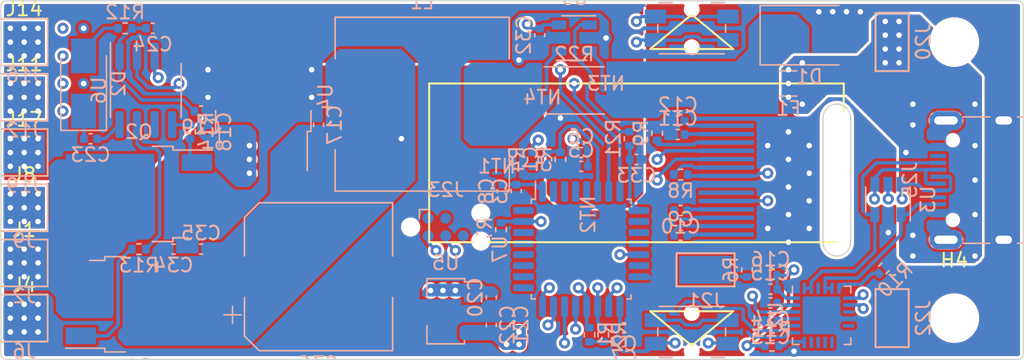
<source format=kicad_pcb>
(kicad_pcb (version 20171130) (host pcbnew 5.1.8)
  (layers (0 F.Cu signal hide) (1 In1.Cu signal) (2 In2.Cu signal hide) (31 B.Cu signal hide) (34 B.Paste user hide) (35 F.Paste user hide) (36 B.SilkS user hide) (37 F.SilkS user hide) (38 B.Mask user hide) (39 F.Mask user hide) (44 Edge.Cuts user))
  (net 0 "")
  (net 1 GNDA)
  (net 2 /STM32/VBusMeasurement)
  (net 3 GND)
  (net 4 VBUS)
  (net 5 +3.3VA)
  (net 6 /USB/VBusIn)
  (net 7 +3V3)
  (net 8 /STM32/SWCLK)
  (net 9 /STM32/SWDIO)
  (net 10 /STM32/I2C_SDA)
  (net 11 /STM32/I2C_SCL)
  (net 12 /USB/CC1)
  (net 13 /STM32/USB_N)
  (net 14 /STM32/USB_P)
  (net 15 /USB/CC2)
  (net 16 /CurrentSensing/CurrentMeasurement)
  (net 17 /STM32/IronTemperature)
  (net 18 /STM32/PcbTemperature)
  (net 19 "Net-(Q1-Pad1)")
  (net 20 "Net-(Q2-Pad1)")
  (net 21 /STM32/Switch2)
  (net 22 "Net-(R10-Pad1)")
  (net 23 /STM32/Switch1)
  (net 24 /USB/Alert)
  (net 25 "Net-(C9-Pad2)")
  (net 26 "Net-(C9-Pad1)")
  (net 27 "Net-(C10-Pad1)")
  (net 28 "Net-(C11-Pad1)")
  (net 29 "Net-(C12-Pad1)")
  (net 30 +9V)
  (net 31 "Net-(C23-Pad2)")
  (net 32 "Net-(C23-Pad1)")
  (net 33 /CurrentSensing/CurrentIn)
  (net 34 "Net-(R13-Pad2)")
  (net 35 /InputFilter/BusVoltageUnfiltered)
  (net 36 "Net-(NT4-Pad1)")
  (net 37 "Net-(R11-Pad1)")
  (net 38 "Net-(R14-Pad2)")
  (net 39 /STM32/IronPwmH)
  (net 40 /STM32/IronPwmL)
  (net 41 "Net-(C10-Pad2)")
  (net 42 "Net-(C13-Pad2)")
  (net 43 "Net-(C14-Pad2)")
  (net 44 "Net-(D2-Pad2)")
  (net 45 /PowerStage/Out)
  (net 46 "Net-(U2-Pad17)")
  (net 47 "Net-(U2-Pad16)")
  (net 48 "Net-(U2-Pad15)")
  (net 49 "Net-(U2-Pad14)")
  (net 50 "Net-(U2-Pad11)")
  (net 51 "Net-(U2-Pad9)")
  (net 52 "Net-(U2-Pad3)")
  (net 53 "Net-(U6-Pad6)")
  (net 54 "Net-(J21-Pad1)")
  (net 55 "Net-(J23-Pad6)")
  (net 56 "Net-(J23-Pad3)")
  (net 57 "Net-(J24-Pad12)")
  (net 58 "Net-(J24-Pad9)")
  (net 59 "Net-(J24-Pad6)")
  (net 60 "Net-(J25-PadB8)")
  (net 61 "Net-(J25-PadA8)")
  (net 62 "Net-(NT3-Pad1)")
  (net 63 "Net-(R21-Pad1)")
  (net 64 /STM32/~VBusAvailable)
  (net 65 "Net-(U7-Pad30)")
  (net 66 "Net-(U7-Pad29)")
  (net 67 "Net-(U7-Pad28)")
  (net 68 "Net-(U7-Pad27)")
  (net 69 "Net-(U7-Pad26)")
  (net 70 "Net-(U7-Pad25)")
  (net 71 "Net-(U7-Pad11)")
  (net 72 "Net-(U7-Pad10)")
  (net 73 "Net-(U7-Pad4)")
  (net 74 "Net-(U7-Pad3)")
  (net 75 "Net-(U7-Pad2)")
  (module Package_QFP:LQFP-32_7x7mm_P0.8mm (layer B.Cu) (at 148 105 270)
    (fp_text reference U7 (at 0 5.88 90) (layer B.SilkS) (effects (justify mirror)))
    (fp_text value STM32F042K6Tx)
    (pad 32 smd roundrect (at -2.8 4.175 270) (size 0.5 1.5) (layers B.Cu B.Paste B.Mask) (net 1 GNDA))
    (pad 31 smd roundrect (at -2 4.175 270) (size 0.5 1.5) (layers B.Cu B.Paste B.Mask) (net 21 /STM32/Switch2))
    (pad 30 smd roundrect (at -1.2 4.175 270) (size 0.5 1.5) (layers B.Cu B.Paste B.Mask) (net 65 "Net-(U7-Pad30)"))
    (pad 29 smd roundrect (at -0.4 4.175 270) (size 0.5 1.5) (layers B.Cu B.Paste B.Mask) (net 66 "Net-(U7-Pad29)"))
    (pad 28 smd roundrect (at 0.4 4.175 270) (size 0.5 1.5) (layers B.Cu B.Paste B.Mask) (net 67 "Net-(U7-Pad28)"))
    (pad 27 smd roundrect (at 1.2 4.175 270) (size 0.5 1.5) (layers B.Cu B.Paste B.Mask) (net 68 "Net-(U7-Pad27)"))
    (pad 26 smd roundrect (at 2 4.175 270) (size 0.5 1.5) (layers B.Cu B.Paste B.Mask) (net 69 "Net-(U7-Pad26)"))
    (pad 25 smd roundrect (at 2.8 4.175 270) (size 0.5 1.5) (layers B.Cu B.Paste B.Mask) (net 70 "Net-(U7-Pad25)"))
    (pad 24 smd roundrect (at 4.175 2.8 270) (size 1.5 0.5) (layers B.Cu B.Paste B.Mask) (net 8 /STM32/SWCLK))
    (pad 23 smd roundrect (at 4.175 2 270) (size 1.5 0.5) (layers B.Cu B.Paste B.Mask) (net 9 /STM32/SWDIO))
    (pad 22 smd roundrect (at 4.175 1.2 270) (size 1.5 0.5) (layers B.Cu B.Paste B.Mask) (net 14 /STM32/USB_P))
    (pad 21 smd roundrect (at 4.175 0.4 270) (size 1.5 0.5) (layers B.Cu B.Paste B.Mask) (net 13 /STM32/USB_N))
    (pad 20 smd roundrect (at 4.175 -0.4 270) (size 1.5 0.5) (layers B.Cu B.Paste B.Mask) (net 10 /STM32/I2C_SDA))
    (pad 19 smd roundrect (at 4.175 -1.2 270) (size 1.5 0.5) (layers B.Cu B.Paste B.Mask) (net 11 /STM32/I2C_SCL))
    (pad 18 smd roundrect (at 4.175 -2 270) (size 1.5 0.5) (layers B.Cu B.Paste B.Mask) (net 39 /STM32/IronPwmH))
    (pad 17 smd roundrect (at 4.175 -2.8 270) (size 1.5 0.5) (layers B.Cu B.Paste B.Mask) (net 7 +3V3))
    (pad 16 smd roundrect (at 2.8 -4.175 270) (size 0.5 1.5) (layers B.Cu B.Paste B.Mask) (net 3 GND))
    (pad 15 smd roundrect (at 2 -4.175 270) (size 0.5 1.5) (layers B.Cu B.Paste B.Mask) (net 23 /STM32/Switch1))
    (pad 14 smd roundrect (at 1.2 -4.175 270) (size 0.5 1.5) (layers B.Cu B.Paste B.Mask) (net 24 /USB/Alert))
    (pad 13 smd roundrect (at 0.4 -4.175 270) (size 0.5 1.5) (layers B.Cu B.Paste B.Mask) (net 40 /STM32/IronPwmL))
    (pad 12 smd roundrect (at -0.4 -4.175 270) (size 0.5 1.5) (layers B.Cu B.Paste B.Mask) (net 64 /STM32/~VBusAvailable))
    (pad 11 smd roundrect (at -1.2 -4.175 270) (size 0.5 1.5) (layers B.Cu B.Paste B.Mask) (net 71 "Net-(U7-Pad11)"))
    (pad 10 smd roundrect (at -2 -4.175 270) (size 0.5 1.5) (layers B.Cu B.Paste B.Mask) (net 72 "Net-(U7-Pad10)"))
    (pad 9 smd roundrect (at -2.8 -4.175 270) (size 0.5 1.5) (layers B.Cu B.Paste B.Mask) (net 16 /CurrentSensing/CurrentMeasurement))
    (pad 8 smd roundrect (at -4.175 -2.8 270) (size 1.5 0.5) (layers B.Cu B.Paste B.Mask) (net 18 /STM32/PcbTemperature))
    (pad 7 smd roundrect (at -4.175 -2 270) (size 1.5 0.5) (layers B.Cu B.Paste B.Mask) (net 17 /STM32/IronTemperature))
    (pad 6 smd roundrect (at -4.175 -1.2 270) (size 1.5 0.5) (layers B.Cu B.Paste B.Mask) (net 2 /STM32/VBusMeasurement))
    (pad 5 smd roundrect (at -4.175 -0.4 270) (size 1.5 0.5) (layers B.Cu B.Paste B.Mask) (net 5 +3.3VA))
    (pad 4 smd roundrect (at -4.175 0.4 270) (size 1.5 0.5) (layers B.Cu B.Paste B.Mask) (net 73 "Net-(U7-Pad4)"))
    (pad 3 smd roundrect (at -4.175 1.2 270) (size 1.5 0.5) (layers B.Cu B.Paste B.Mask) (net 74 "Net-(U7-Pad3)"))
    (pad 2 smd roundrect (at -4.175 2 270) (size 1.5 0.5) (layers B.Cu B.Paste B.Mask) (net 75 "Net-(U7-Pad2)"))
    (pad 1 smd roundrect (at -4.175 2.8 270) (size 1.5 0.5) (layers B.Cu B.Paste B.Mask) (net 7 +3V3))
  )
  (module Resistor_SMD:R_0402_1005Metric (layer B.Cu) (at 160 106.5 270)
    (fp_text reference R6 (at 0 1.17 90) (layer B.SilkS) (effects (justify mirror)))
    (fp_text value 1M)
    (pad 2 smd roundrect (at 0.51 0 270) (size 0.54 0.64) (layers B.Cu B.Paste B.Mask) (net 54 "Net-(J21-Pad1)"))
    (pad 1 smd roundrect (at -0.51 0 270) (size 0.54 0.64) (layers B.Cu B.Paste B.Mask) (net 3 GND))
  )
  (module ECAD:NetTie-2_SMD_Pad0.25mm (layer B.Cu) (at 141.9 99.5)
    (fp_text reference NT1 (at 0 -0.5) (layer B.SilkS) (effects (justify mirror)))
    (fp_text value Net-Tie_2)
    (fp_poly (pts (xy 0.25 -0.125) (xy -0.25 -0.125) (xy -0.25 0.125) (xy 0.25 0.125)) (layer B.Cu) (width 0))
    (pad 2 smd circle (at 0.25 0) (size 0.25 0.25) (layers B.Cu) (net 5 +3.3VA))
    (pad 1 smd circle (at -0.25 0) (size 0.25 0.25) (layers B.Cu) (net 7 +3V3))
  )
  (module ECAD:NetTie-2_SMD_Pad0.25mm (layer B.Cu) (at 145.2 93.5 180)
    (fp_text reference NT4 (at 0 -0.5) (layer B.SilkS) (effects (justify mirror)))
    (fp_text value Net-Tie_2)
    (fp_poly (pts (xy 0.25 -0.125) (xy -0.25 -0.125) (xy -0.25 0.125) (xy 0.25 0.125)) (layer B.Cu) (width 0))
    (pad 2 smd circle (at 0.25 0 180) (size 0.25 0.25) (layers B.Cu) (net 35 /InputFilter/BusVoltageUnfiltered))
    (pad 1 smd circle (at -0.25 0 180) (size 0.25 0.25) (layers B.Cu) (net 36 "Net-(NT4-Pad1)"))
  )
  (module ECAD:NetTie-2_SMD_Pad0.25mm (layer B.Cu) (at 149.8 93.5)
    (fp_text reference NT3 (at 0 -0.5) (layer B.SilkS) (effects (justify mirror)))
    (fp_text value Net-Tie_2)
    (fp_poly (pts (xy 0.25 -0.125) (xy -0.25 -0.125) (xy -0.25 0.125) (xy 0.25 0.125)) (layer B.Cu) (width 0))
    (pad 2 smd circle (at 0.25 0) (size 0.25 0.25) (layers B.Cu) (net 33 /CurrentSensing/CurrentIn))
    (pad 1 smd circle (at -0.25 0) (size 0.25 0.25) (layers B.Cu) (net 62 "Net-(NT3-Pad1)"))
  )
  (module ECAD:NetTie-2_SMD_Pad0.25mm (layer B.Cu) (at 149 102.5 90)
    (fp_text reference NT2 (at 0 -0.5 90) (layer B.SilkS) (effects (justify mirror)))
    (fp_text value Net-Tie_2)
    (fp_poly (pts (xy 0.125 -0.125) (xy -0.125 -0.125) (xy -0.125 0.125) (xy 0.125 0.125)) (layer B.Cu) (width 0))
    (pad 2 smd circle (at 0.125 0 90) (size 0.25 0.25) (layers B.Cu) (net 1 GNDA))
    (pad 1 smd circle (at -0.125 0 90) (size 0.25 0.25) (layers B.Cu) (net 3 GND))
  )
  (module Capacitor_SMD:CP_Elec_10x10.5 (layer B.Cu) (at 129 107)
    (fp_text reference C36 (at 0 6.3 180) (layer B.SilkS) (effects (justify mirror)))
    (fp_text value "100µF 35V")
    (pad 2 smd roundrect (at 4.2 0) (size 4.4 2.5) (layers B.Cu B.Paste B.Mask) (roundrect_rratio 0.1) (net 3 GND))
    (pad 1 smd roundrect (at -4.2 0) (size 4.4 2.5) (layers B.Cu B.Paste B.Mask) (roundrect_rratio 0.1) (net 4 VBUS))
  )
  (module Connector:Tag-Connect_TC2030-IDC-NL_2x03_P1.27mm_Vertical (layer B.Cu) (at 138.2 103.4)
    (fp_text reference J23 (at 0 -2.7 180) (layer B.SilkS) (effects (justify mirror)))
    (fp_text value Conn_02x03_Odd_Even)
    (pad 6 connect circle (at 1.27 0.635) (size 0.7874 0.7874) (layers B.Cu B.Mask) (net 55 "Net-(J23-Pad6)"))
    (pad 5 connect circle (at 1.27 -0.635) (size 0.7874 0.7874) (layers B.Cu B.Mask) (net 3 GND))
    (pad 4 connect circle (at 0 0.635) (size 0.7874 0.7874) (layers B.Cu B.Mask) (net 8 /STM32/SWCLK))
    (pad 3 connect circle (at 0 -0.635) (size 0.7874 0.7874) (layers B.Cu B.Mask) (net 56 "Net-(J23-Pad3)"))
    (pad 2 connect circle (at -1.27 0.635) (size 0.7874 0.7874) (layers B.Cu B.Mask) (net 9 /STM32/SWDIO))
    (pad 1 connect circle (at -1.27 -0.635) (size 0.7874 0.7874) (layers B.Cu B.Mask) (net 7 +3V3))
    (pad "" np_thru_hole circle (at -2.54 0) (size 0.9906 0.9906) (drill 0.9906) (layers *.Cu *.Mask))
    (pad "" np_thru_hole circle (at 2.54 -1.016) (size 0.9906 0.9906) (drill 0.9906) (layers *.Cu *.Mask))
    (pad "" np_thru_hole circle (at 2.54 1.016) (size 0.9906 0.9906) (drill 0.9906) (layers *.Cu *.Mask))
  )
  (module Resistor_SMD:R_0402_1005Metric (layer B.Cu) (at 151.5 97 270)
    (fp_text reference R21 (at 0 1.17 270) (layer B.SilkS) (effects (justify mirror)))
    (fp_text value 1k)
    (pad 2 smd roundrect (at 0.51 0 270) (size 0.54 0.64) (layers B.Cu B.Paste B.Mask) (net 16 /CurrentSensing/CurrentMeasurement))
    (pad 1 smd roundrect (at -0.51 0 270) (size 0.54 0.64) (layers B.Cu B.Paste B.Mask) (net 63 "Net-(R21-Pad1)"))
  )
  (module Resistor_SMD:R_0402_1005Metric (layer B.Cu) (at 146.5 98.5 270)
    (fp_text reference R5 (at 0 1.17 90) (layer B.SilkS) (effects (justify mirror)))
    (fp_text value 10k)
    (pad 2 smd roundrect (at 0.51 0 270) (size 0.54 0.64) (layers B.Cu B.Paste B.Mask) (net 1 GNDA))
    (pad 1 smd roundrect (at -0.51 0 270) (size 0.54 0.64) (layers B.Cu B.Paste B.Mask) (net 2 /STM32/VBusMeasurement))
  )
  (module Capacitor_SMD:C_0402_1005Metric (layer B.Cu) (at 145.5 98.5 270)
    (fp_text reference C1 (at 0 1.16 90) (layer B.SilkS) (effects (justify mirror)))
    (fp_text value 100nF)
    (pad 2 smd roundrect (at 0.48 0 270) (size 0.56 0.62) (layers B.Cu B.Paste B.Mask) (net 1 GNDA))
    (pad 1 smd roundrect (at -0.48 0 270) (size 0.56 0.62) (layers B.Cu B.Paste B.Mask) (net 2 /STM32/VBusMeasurement))
  )
  (module Resistor_SMD:R_0402_1005Metric (layer B.Cu) (at 144.5 98.5 270)
    (fp_text reference R4 (at 0 1.17 90) (layer B.SilkS) (effects (justify mirror)))
    (fp_text value 68k)
    (pad 2 smd roundrect (at 0.51 0 270) (size 0.54 0.64) (layers B.Cu B.Paste B.Mask) (net 2 /STM32/VBusMeasurement))
    (pad 1 smd roundrect (at -0.51 0 270) (size 0.54 0.64) (layers B.Cu B.Paste B.Mask) (net 4 VBUS))
  )
  (module Package_TO_SOT_SMD:SOT-89-3 (layer B.Cu) (at 138.5 109.5 180)
    (fp_text reference U5 (at 0.3 3.5) (layer B.SilkS) (effects (justify mirror)))
    (fp_text value AP2204R-3.3)
    (pad 2 smd custom (at -1.5625 0 180) (size 1.475 0.9) (layers B.Cu B.Paste B.Mask) (net 3 GND) (options (clearance outline) (anchor rect)) (primitives (gr_poly (pts (xy 0.7375 0.8665) (xy 3.8625 0.8665) (xy 3.8625 -0.8665) (xy 0.7375 -0.8665)) (width 0))))
    (pad 3 smd rect (at -1.65 -1.5 180) (size 1.3 0.9) (layers B.Cu B.Paste B.Mask) (net 7 +3V3))
    (pad 1 smd rect (at -1.65 1.5 180) (size 1.3 0.9) (layers B.Cu B.Paste B.Mask) (net 30 +9V))
  )
  (module Capacitor_SMD:C_0402_1005Metric (layer B.Cu) (at 141.5 110.5 90)
    (fp_text reference C22 (at 0 1.16 270) (layer B.SilkS) (effects (justify mirror)))
    (fp_text value "1µF 35V")
    (pad 2 smd roundrect (at 0.48 0 90) (size 0.56 0.62) (layers B.Cu B.Paste B.Mask) (net 3 GND))
    (pad 1 smd roundrect (at -0.48 0 90) (size 0.56 0.62) (layers B.Cu B.Paste B.Mask) (net 7 +3V3))
  )
  (module Capacitor_SMD:C_0402_1005Metric (layer B.Cu) (at 142.5 110.5 90)
    (fp_text reference C21 (at 0 1.16 270) (layer B.SilkS) (effects (justify mirror)))
    (fp_text value "1µF 35V")
    (pad 2 smd roundrect (at 0.48 0 90) (size 0.56 0.62) (layers B.Cu B.Paste B.Mask) (net 3 GND))
    (pad 1 smd roundrect (at -0.48 0 90) (size 0.56 0.62) (layers B.Cu B.Paste B.Mask) (net 7 +3V3))
  )
  (module Capacitor_SMD:C_0402_1005Metric (layer B.Cu) (at 141.5 108.5 270)
    (fp_text reference C20 (at 0 1.16 270) (layer B.SilkS) (effects (justify mirror)))
    (fp_text value "1µF 35V")
    (pad 2 smd roundrect (at 0.48 0 270) (size 0.56 0.62) (layers B.Cu B.Paste B.Mask) (net 3 GND))
    (pad 1 smd roundrect (at -0.48 0 270) (size 0.56 0.62) (layers B.Cu B.Paste B.Mask) (net 30 +9V))
  )
  (module Capacitor_SMD:C_0402_1005Metric (layer B.Cu) (at 143.3 100.8 270)
    (fp_text reference C3 (at 0 1.16 90) (layer B.SilkS) (effects (justify mirror)))
    (fp_text value 100nF)
    (pad 1 smd roundrect (at -0.48 0 270) (size 0.56 0.62) (layers B.Cu B.Paste B.Mask) (net 7 +3V3))
    (pad 2 smd roundrect (at 0.48 0 270) (size 0.56 0.62) (layers B.Cu B.Paste B.Mask) (net 3 GND))
  )
  (module TestPoint:TestPoint_Pad_3.0x3.0mm (layer B.Cu) (at 107.7 98)
    (fp_text reference J19 (at 0 2.398) (layer B.SilkS) (effects (justify mirror)))
    (fp_text value Conn_01x01)
    (pad 1 smd rect (at 0 0) (size 3 3) (layers B.Cu B.Mask) (net 1 GNDA))
  )
  (module TestPoint:TestPoint_Pad_3.0x3.0mm (layer F.Cu) (at 107.7 98)
    (fp_text reference J17 (at 0 -2.398) (layer F.SilkS))
    (fp_text value Conn_01x01)
    (pad 1 smd rect (at 0 0) (size 3 3) (layers F.Cu F.Mask) (net 1 GNDA))
  )
  (module TestPoint:TestPoint_Pad_3.0x3.0mm (layer B.Cu) (at 107.7 90)
    (fp_text reference J16 (at 0 2.398) (layer B.SilkS) (effects (justify mirror)))
    (fp_text value Conn_01x01)
    (pad 1 smd rect (at 0 0) (size 3 3) (layers B.Cu B.Mask) (net 18 /STM32/PcbTemperature))
  )
  (module TestPoint:TestPoint_Pad_3.0x3.0mm (layer F.Cu) (at 107.7 90)
    (fp_text reference J14 (at 0 -2.398) (layer F.SilkS))
    (fp_text value Conn_01x01)
    (pad 1 smd rect (at 0 0) (size 3 3) (layers F.Cu F.Mask) (net 18 /STM32/PcbTemperature))
  )
  (module TestPoint:TestPoint_Pad_3.0x3.0mm (layer B.Cu) (at 107.7 94)
    (fp_text reference J12 (at 0 2.398) (layer B.SilkS) (effects (justify mirror)))
    (fp_text value Conn_01x01)
    (pad 1 smd rect (at 0 0) (size 3 3) (layers B.Cu B.Mask) (net 17 /STM32/IronTemperature))
  )
  (module TestPoint:TestPoint_Pad_3.0x3.0mm (layer F.Cu) (at 107.7 94)
    (fp_text reference J11 (at 0 -2.398) (layer F.SilkS))
    (fp_text value Conn_01x01)
    (pad 1 smd rect (at 0 0) (size 3 3) (layers F.Cu F.Mask) (net 17 /STM32/IronTemperature))
  )
  (module TestPoint:TestPoint_Pad_3.0x3.0mm (layer B.Cu) (at 107.7 102)
    (fp_text reference J9 (at 0 2.398) (layer B.SilkS) (effects (justify mirror)))
    (fp_text value Conn_01x01)
    (pad 1 smd rect (at 0 0) (size 3 3) (layers B.Cu B.Mask) (net 5 +3.3VA))
  )
  (module TestPoint:TestPoint_Pad_3.0x3.0mm (layer F.Cu) (at 107.7 102)
    (fp_text reference J8 (at 0 -2.398) (layer F.SilkS))
    (fp_text value Conn_01x01)
    (pad 1 smd rect (at 0 0) (size 3 3) (layers F.Cu F.Mask) (net 5 +3.3VA))
  )
  (module TestPoint:TestPoint_Pad_3.0x3.0mm (layer B.Cu) (at 107.7 110)
    (fp_text reference J6 (at 0 2.398) (layer B.SilkS) (effects (justify mirror)))
    (fp_text value Conn_01x01)
    (pad 1 smd rect (at 0 0) (size 3 3) (layers B.Cu B.Mask) (net 3 GND))
  )
  (module TestPoint:TestPoint_Pad_3.0x3.0mm (layer F.Cu) (at 107.7 110)
    (fp_text reference J4 (at 0 -2.398) (layer F.SilkS))
    (fp_text value Conn_01x01)
    (pad 1 smd rect (at 0 0) (size 3 3) (layers F.Cu F.Mask) (net 3 GND))
  )
  (module TestPoint:TestPoint_Pad_3.0x3.0mm (layer B.Cu) (at 107.7 106)
    (fp_text reference J2 (at 0 2.398) (layer B.SilkS) (effects (justify mirror)))
    (fp_text value Conn_01x01)
    (pad 1 smd rect (at 0 0) (size 3 3) (layers B.Cu B.Mask) (net 45 /PowerStage/Out))
  )
  (module TestPoint:TestPoint_Pad_3.0x3.0mm (layer F.Cu) (at 107.7 106)
    (fp_text reference J1 (at 0 -2.398) (layer F.SilkS))
    (fp_text value Conn_01x01)
    (pad 1 smd rect (at 0 0) (size 3 3) (layers F.Cu F.Mask) (net 45 /PowerStage/Out))
  )
  (module Capacitor_SMD:C_0402_1005Metric (layer B.Cu) (at 155 96.7 180)
    (fp_text reference C11 (at 0 1.16 180) (layer B.SilkS) (effects (justify mirror)))
    (fp_text value "1µF 35V")
    (pad 2 smd roundrect (at 0.48 0 180) (size 0.56 0.62) (layers B.Cu B.Paste B.Mask) (net 3 GND))
    (pad 1 smd roundrect (at -0.48 0 180) (size 0.56 0.62) (layers B.Cu B.Paste B.Mask) (net 28 "Net-(C11-Pad1)"))
  )
  (module Capacitor_SMD:C_0402_1005Metric (layer B.Cu) (at 155.2 102.2)
    (fp_text reference C10 (at 0 1.16) (layer B.SilkS) (effects (justify mirror)))
    (fp_text value "1µF 35V")
    (pad 2 smd roundrect (at 0.48 0) (size 0.56 0.62) (layers B.Cu B.Paste B.Mask) (net 41 "Net-(C10-Pad2)"))
    (pad 1 smd roundrect (at -0.48 0) (size 0.56 0.62) (layers B.Cu B.Paste B.Mask) (net 27 "Net-(C10-Pad1)"))
  )
  (module Resistor_SMD:R_0402_1005Metric (layer B.Cu) (at 153.5 96.6 270)
    (fp_text reference R9 (at 0 1.17 270) (layer B.SilkS) (effects (justify mirror)))
    (fp_text value 560k)
    (pad 2 smd roundrect (at 0.51 0 270) (size 0.54 0.64) (layers B.Cu B.Paste B.Mask) (net 57 "Net-(J24-Pad12)"))
    (pad 1 smd roundrect (at -0.51 0 270) (size 0.54 0.64) (layers B.Cu B.Paste B.Mask) (net 3 GND))
  )
  (module OtterIronPro_UiBoard:0.69OLED (layer B.Cu) (at 158.5 100 90)
    (fp_text reference J24 hide)
    (fp_text value Conn_01x14)
    (pad 14 smd rect (at 3.94 0 90) (size 0.32 4) (layers B.Cu B.Paste B.Mask) (net 29 "Net-(C12-Pad1)"))
    (pad 13 smd rect (at 3.333836 0 90) (size 0.32 4) (layers B.Cu B.Paste B.Mask) (net 28 "Net-(C11-Pad1)"))
    (pad 12 smd rect (at 2.727683 0 90) (size 0.32 4) (layers B.Cu B.Paste B.Mask) (net 57 "Net-(J24-Pad12)"))
    (pad 11 smd rect (at 2.12153 0 90) (size 0.32 4) (layers B.Cu B.Paste B.Mask) (net 10 /STM32/I2C_SDA))
    (pad 10 smd rect (at 1.515377 0 90) (size 0.32 4) (layers B.Cu B.Paste B.Mask) (net 11 /STM32/I2C_SCL))
    (pad 9 smd rect (at 0.909224 0 90) (size 0.32 4) (layers B.Cu B.Paste B.Mask) (net 58 "Net-(J24-Pad9)"))
    (pad 8 smd rect (at 0.303071 0 90) (size 0.32 4) (layers B.Cu B.Paste B.Mask) (net 7 +3V3))
    (pad 7 smd rect (at -0.303082 0 90) (size 0.32 4) (layers B.Cu B.Paste B.Mask) (net 3 GND))
    (pad 6 smd rect (at -0.909235 0 90) (size 0.32 4) (layers B.Cu B.Paste B.Mask) (net 59 "Net-(J24-Pad6)"))
    (pad 5 smd rect (at -1.515388 0 90) (size 0.32 4) (layers B.Cu B.Paste B.Mask) (net 7 +3V3))
    (pad 4 smd rect (at -2.121541 0 90) (size 0.32 4) (layers B.Cu B.Paste B.Mask) (net 41 "Net-(C10-Pad2)"))
    (pad 3 smd rect (at -2.727694 0 90) (size 0.32 4) (layers B.Cu B.Paste B.Mask) (net 27 "Net-(C10-Pad1)"))
    (pad 2 smd rect (at -3.333847 0 90) (size 0.32 4) (layers B.Cu B.Paste B.Mask) (net 25 "Net-(C9-Pad2)"))
    (pad 1 smd rect (at -3.94 0 90) (size 0.32 4) (layers B.Cu B.Paste B.Mask) (net 26 "Net-(C9-Pad1)"))
  )
  (module Resistor_SMD:R_0402_1005Metric (layer B.Cu) (at 155.2 99.6)
    (fp_text reference R8 (at 0 1.17 180) (layer B.SilkS) (effects (justify mirror)))
    (fp_text value 10k)
    (pad 1 smd roundrect (at -0.51 0) (size 0.54 0.64) (layers B.Cu B.Paste B.Mask) (net 58 "Net-(J24-Pad9)"))
    (pad 2 smd roundrect (at 0.51 0) (size 0.54 0.64) (layers B.Cu B.Paste B.Mask) (net 7 +3V3))
  )
  (module Capacitor_SMD:C_0402_1005Metric (layer B.Cu) (at 155 95.7 180)
    (fp_text reference C12 (at 0 1.16 180) (layer B.SilkS) (effects (justify mirror)))
    (fp_text value "1µF 35V")
    (pad 2 smd roundrect (at 0.48 0 180) (size 0.56 0.62) (layers B.Cu B.Paste B.Mask) (net 3 GND))
    (pad 1 smd roundrect (at -0.48 0 180) (size 0.56 0.62) (layers B.Cu B.Paste B.Mask) (net 29 "Net-(C12-Pad1)"))
  )
  (module Capacitor_SMD:C_0402_1005Metric (layer B.Cu) (at 155.2 104 180)
    (fp_text reference C9 (at 0 1.16 180) (layer B.SilkS) (effects (justify mirror)))
    (fp_text value "1µF 35V")
    (pad 2 smd roundrect (at 0.48 0 180) (size 0.56 0.62) (layers B.Cu B.Paste B.Mask) (net 25 "Net-(C9-Pad2)"))
    (pad 1 smd roundrect (at -0.48 0 180) (size 0.56 0.62) (layers B.Cu B.Paste B.Mask) (net 26 "Net-(C9-Pad1)"))
  )
  (module MountingHole:MountingHole_3.2mm_M3 (layer F.Cu) (at 175 110)
    (fp_text reference H4 (at 0 -4.2) (layer F.SilkS))
    (fp_text value MountingHole)
    (pad 1 np_thru_hole circle (at 0 0) (size 3.2 3.2) (drill 3.2) (layers *.Cu *.Mask))
  )
  (module MountingHole:MountingHole_3.2mm_M3 (layer F.Cu) (at 175 90)
    (fp_text reference H1 (at 0 -4.2) (layer F.SilkS))
    (fp_text value MountingHole)
    (pad 1 np_thru_hole circle (at 0 0) (size 3.2 3.2) (drill 3.2) (layers *.Cu *.Mask))
  )
  (module TestPoint:TestPoint_Keystone_5019_Minature (layer B.Cu) (at 170.5 110 90)
    (fp_text reference J22 (at 0 2.25 90) (layer B.SilkS) (effects (justify mirror)))
    (fp_text value Conn_01x01)
    (pad 1 smd rect (at 0 0 90) (size 3.8 2) (layers B.Cu B.Paste B.Mask) (net 3 GND))
  )
  (module TestPoint:TestPoint_Keystone_5019_Minature (layer B.Cu) (at 157 106.5)
    (fp_text reference J21 (at 0 2.25) (layer B.SilkS) (effects (justify mirror)))
    (fp_text value Conn_01x01)
    (pad 1 smd rect (at 0 0) (size 3.8 2) (layers B.Cu B.Paste B.Mask) (net 54 "Net-(J21-Pad1)"))
  )
  (module TestPoint:TestPoint_Keystone_5019_Minature (layer B.Cu) (at 170.5 90 90)
    (fp_text reference J20 (at 0 2.25 90) (layer B.SilkS) (effects (justify mirror)))
    (fp_text value Conn_01x01)
    (pad 1 smd rect (at 0 0 90) (size 3.8 2) (layers B.Cu B.Paste B.Mask) (net 6 /USB/VBusIn))
  )
  (module Connector_USB:USB_C_Receptacle_XKB_U262-16XN-4BVC11 (layer B.Cu) (at 177.5 100 270)
    (fp_text reference J25 (at 0 5.715 270) (layer B.SilkS) (effects (justify mirror)))
    (fp_text value USB_C_Receptacle_USB2.0)
    (pad A12 smd rect (at 3.35 3.67 270) (size 0.3 1.15) (layers B.Cu B.Paste B.Mask) (net 3 GND))
    (pad A9 smd rect (at 2.55 3.67 270) (size 0.3 1.15) (layers B.Cu B.Paste B.Mask) (net 6 /USB/VBusIn))
    (pad B9 smd rect (at -2.25 3.67 270) (size 0.3 1.15) (layers B.Cu B.Paste B.Mask) (net 6 /USB/VBusIn))
    (pad B12 smd rect (at -3.05 3.67 270) (size 0.3 1.15) (layers B.Cu B.Paste B.Mask) (net 3 GND))
    (pad A1 smd rect (at -3.35 3.67 270) (size 0.3 1.15) (layers B.Cu B.Paste B.Mask) (net 3 GND))
    (pad A4 smd rect (at -2.55 3.67 270) (size 0.3 1.15) (layers B.Cu B.Paste B.Mask) (net 6 /USB/VBusIn))
    (pad B8 smd rect (at -1.75 3.67 270) (size 0.3 1.15) (layers B.Cu B.Paste B.Mask) (net 60 "Net-(J25-PadB8)"))
    (pad A5 smd rect (at -1.25 3.67 270) (size 0.3 1.15) (layers B.Cu B.Paste B.Mask) (net 12 /USB/CC1))
    (pad B7 smd rect (at -0.75 3.67 270) (size 0.3 1.15) (layers B.Cu B.Paste B.Mask) (net 13 /STM32/USB_N))
    (pad A6 smd rect (at -0.25 3.67 270) (size 0.3 1.15) (layers B.Cu B.Paste B.Mask) (net 14 /STM32/USB_P))
    (pad A7 smd rect (at 0.25 3.67 270) (size 0.3 1.15) (layers B.Cu B.Paste B.Mask) (net 13 /STM32/USB_N))
    (pad B6 smd rect (at 0.75 3.67 270) (size 0.3 1.15) (layers B.Cu B.Paste B.Mask) (net 14 /STM32/USB_P))
    (pad A8 smd rect (at 1.25 3.67 270) (size 0.3 1.15) (layers B.Cu B.Paste B.Mask) (net 61 "Net-(J25-PadA8)"))
    (pad B5 smd rect (at 1.75 3.67 270) (size 0.3 1.15) (layers B.Cu B.Paste B.Mask) (net 15 /USB/CC2))
    (pad B4 smd rect (at 2.25 3.67 270) (size 0.3 1.15) (layers B.Cu B.Paste B.Mask) (net 6 /USB/VBusIn))
    (pad B1 smd rect (at 3.05 3.67 270) (size 0.3 1.15) (layers B.Cu B.Paste B.Mask) (net 3 GND))
    (pad "" np_thru_hole circle (at -2.89 2.605 270) (size 0.65 0.65) (drill 0.65) (layers *.Cu *.Mask))
    (pad "" np_thru_hole circle (at 2.89 2.605 270) (size 0.65 0.65) (drill 0.65) (layers *.Cu *.Mask))
    (pad S1 thru_hole oval (at 4.32 -1.075 270) (size 1 1.6) (drill oval 0.6 1.2) (layers *.Cu *.Mask) (net 3 GND))
    (pad S1 thru_hole oval (at -4.32 -1.075 270) (size 1 1.6) (drill oval 0.6 1.2) (layers *.Cu *.Mask) (net 3 GND))
    (pad S1 thru_hole oval (at 4.32 3.105 270) (size 1 2.1) (drill oval 0.6 1.7) (layers *.Cu *.Mask) (net 3 GND))
    (pad S1 thru_hole oval (at -4.32 3.105 270) (size 1 2.1) (drill oval 0.6 1.7) (layers *.Cu *.Mask) (net 3 GND))
  )
  (module Resistor_SMD:R_2512_6332Metric (layer B.Cu) (at 147.5 93.5 180)
    (fp_text reference R22 (at 0 2.62 180) (layer B.SilkS) (effects (justify mirror)))
    (fp_text value "8m ±1% 2W ±100ppm/°C")
    (pad 2 smd roundrect (at 2.9625 0 180) (size 1.225 3.35) (layers B.Cu B.Paste B.Mask) (roundrect_rratio 0.2040808163265306) (net 35 /InputFilter/BusVoltageUnfiltered))
    (pad 1 smd roundrect (at -2.9625 0 180) (size 1.225 3.35) (layers B.Cu B.Paste B.Mask) (roundrect_rratio 0.2040808163265306) (net 33 /CurrentSensing/CurrentIn))
  )
  (module Resistor_SMD:R_0402_1005Metric (layer B.Cu) (at 119.7 96.5 90)
    (fp_text reference R14 (at 0 1.17 90) (layer B.SilkS) (effects (justify mirror)))
    (fp_text value 2.2)
    (pad 2 smd roundrect (at 0.51 0 90) (size 0.54 0.64) (layers B.Cu B.Paste B.Mask) (net 38 "Net-(R14-Pad2)"))
    (pad 1 smd roundrect (at -0.51 0 90) (size 0.54 0.64) (layers B.Cu B.Paste B.Mask) (net 20 "Net-(Q2-Pad1)"))
  )
  (module Resistor_SMD:R_0402_1005Metric (layer B.Cu) (at 116 105)
    (fp_text reference R13 (at 0 1.17 180) (layer B.SilkS) (effects (justify mirror)))
    (fp_text value 2.2)
    (pad 2 smd roundrect (at 0.51 0) (size 0.54 0.64) (layers B.Cu B.Paste B.Mask) (net 34 "Net-(R13-Pad2)"))
    (pad 1 smd roundrect (at -0.51 0) (size 0.54 0.64) (layers B.Cu B.Paste B.Mask) (net 19 "Net-(Q1-Pad1)"))
  )
  (module Resistor_SMD:R_0402_1005Metric (layer B.Cu) (at 115 89 180)
    (fp_text reference R12 (at 0 1.17) (layer B.SilkS) (effects (justify mirror)))
    (fp_text value 2.2)
    (pad 2 smd roundrect (at 0.51 0 180) (size 0.54 0.64) (layers B.Cu B.Paste B.Mask) (net 44 "Net-(D2-Pad2)"))
    (pad 1 smd roundrect (at -0.51 0 180) (size 0.54 0.64) (layers B.Cu B.Paste B.Mask) (net 30 +9V))
  )
  (module Package_TO_SOT_SMD:TO-252-2 (layer B.Cu) (at 116 101 180)
    (fp_text reference Q2 (at 0 4.5) (layer B.SilkS) (effects (justify mirror)))
    (fp_text value Q_NMOS_GDS)
    (pad 2 smd rect (at 2.1 0 180) (size 6.4 5.8) (layers B.Cu B.Mask) (net 45 /PowerStage/Out))
    (pad 3 smd rect (at -4.2 -2.28 180) (size 2.2 1.2) (layers B.Cu B.Paste B.Mask) (net 3 GND))
    (pad 1 smd rect (at -4.2 2.28 180) (size 2.2 1.2) (layers B.Cu B.Paste B.Mask) (net 20 "Net-(Q2-Pad1)"))
  )
  (module Package_TO_SOT_SMD:TO-252-2 (layer B.Cu) (at 116 109)
    (fp_text reference Q1 (at 0 4.5) (layer B.SilkS) (effects (justify mirror)))
    (fp_text value Q_NMOS_GDS)
    (pad 2 smd rect (at 2.1 0) (size 6.4 5.8) (layers B.Cu B.Mask) (net 4 VBUS))
    (pad 3 smd rect (at -4.2 -2.28) (size 2.2 1.2) (layers B.Cu B.Paste B.Mask) (net 45 /PowerStage/Out))
    (pad 1 smd rect (at -4.2 2.28) (size 2.2 1.2) (layers B.Cu B.Paste B.Mask) (net 19 "Net-(Q1-Pad1)"))
  )
  (module Inductor_SMD:L_12x12mm_H8mm (layer B.Cu) (at 136.5 94.5 180)
    (fp_text reference L1 (at 0 7.4) (layer B.SilkS) (effects (justify mirror)))
    (fp_text value "1µH 15A")
    (pad 2 smd rect (at 4.95 0 180) (size 2.9 5.4) (layers B.Cu B.Paste B.Mask) (net 4 VBUS))
    (pad 1 smd rect (at -4.95 0 180) (size 2.9 5.4) (layers B.Cu B.Paste B.Mask) (net 35 /InputFilter/BusVoltageUnfiltered))
  )
  (module Diode_SMD:D_SMA (layer B.Cu) (at 112 93 90)
    (fp_text reference D2 (at 0 2.5 270) (layer B.SilkS) (effects (justify mirror)))
    (fp_text value D)
    (pad 2 smd rect (at 2 0 90) (size 2.5 1.8) (layers B.Cu B.Paste B.Mask) (net 44 "Net-(D2-Pad2)"))
    (pad 1 smd rect (at -2 0 90) (size 2.5 1.8) (layers B.Cu B.Paste B.Mask) (net 32 "Net-(C23-Pad1)"))
  )
  (module Capacitor_SMD:C_0402_1005Metric (layer B.Cu) (at 120.5 105 180)
    (fp_text reference C35 (at 0 1.16) (layer B.SilkS) (effects (justify mirror)))
    (fp_text value "1µF 35V")
    (pad 2 smd roundrect (at 0.48 0 180) (size 0.56 0.62) (layers B.Cu B.Paste B.Mask) (net 3 GND))
    (pad 1 smd roundrect (at -0.48 0 180) (size 0.56 0.62) (layers B.Cu B.Paste B.Mask) (net 4 VBUS))
  )
  (module Capacitor_SMD:C_0402_1005Metric (layer B.Cu) (at 118.5 105)
    (fp_text reference C34 (at 0 1.16) (layer B.SilkS) (effects (justify mirror)))
    (fp_text value "1µF 35V")
    (pad 2 smd roundrect (at 0.48 0) (size 0.56 0.62) (layers B.Cu B.Paste B.Mask) (net 3 GND))
    (pad 1 smd roundrect (at -0.48 0) (size 0.56 0.62) (layers B.Cu B.Paste B.Mask) (net 4 VBUS))
  )
  (module Capacitor_SMD:C_0402_1005Metric (layer B.Cu) (at 112.5 97)
    (fp_text reference C23 (at 0 1.16) (layer B.SilkS) (effects (justify mirror)))
    (fp_text value 100nF)
    (pad 2 smd roundrect (at 0.48 0) (size 0.56 0.62) (layers B.Cu B.Paste B.Mask) (net 31 "Net-(C23-Pad2)"))
    (pad 1 smd roundrect (at -0.48 0) (size 0.56 0.62) (layers B.Cu B.Paste B.Mask) (net 32 "Net-(C23-Pad1)"))
  )
  (module Package_TO_SOT_SMD:SOT-23-5 (layer B.Cu) (at 147.5 89.7 180)
    (fp_text reference U9 (at 0 2.9) (layer B.SilkS) (effects (justify mirror)))
    (fp_text value INA194)
    (pad 5 smd rect (at 1.1 0.95 180) (size 1.06 0.65) (layers B.Cu B.Paste B.Mask) (net 5 +3.3VA))
    (pad 4 smd rect (at 1.1 -0.95 180) (size 1.06 0.65) (layers B.Cu B.Paste B.Mask) (net 36 "Net-(NT4-Pad1)"))
    (pad 3 smd rect (at -1.1 -0.95 180) (size 1.06 0.65) (layers B.Cu B.Paste B.Mask) (net 62 "Net-(NT3-Pad1)"))
    (pad 2 smd rect (at -1.1 0 180) (size 1.06 0.65) (layers B.Cu B.Paste B.Mask) (net 1 GNDA))
    (pad 1 smd rect (at -1.1 0.95 180) (size 1.06 0.65) (layers B.Cu B.Paste B.Mask) (net 63 "Net-(R21-Pad1)"))
  )
  (module Package_SO:SOIC-8_3.9x4.9mm_P1.27mm (layer B.Cu) (at 116.5 93.5 270)
    (fp_text reference U6 (at 0 3.4 270) (layer B.SilkS) (effects (justify mirror)))
    (fp_text value LM5109AMA)
    (pad 8 smd roundrect (at 2.475 1.905 270) (size 1.95 0.6) (layers B.Cu B.Paste B.Mask) (net 31 "Net-(C23-Pad2)"))
    (pad 7 smd roundrect (at 2.475 0.635 270) (size 1.95 0.6) (layers B.Cu B.Paste B.Mask) (net 34 "Net-(R13-Pad2)"))
    (pad 6 smd roundrect (at 2.475 -0.635 270) (size 1.95 0.6) (layers B.Cu B.Paste B.Mask) (net 53 "Net-(U6-Pad6)"))
    (pad 5 smd roundrect (at 2.475 -1.905 270) (size 1.95 0.6) (layers B.Cu B.Paste B.Mask) (net 38 "Net-(R14-Pad2)"))
    (pad 4 smd roundrect (at -2.475 -1.905 270) (size 1.95 0.6) (layers B.Cu B.Paste B.Mask) (net 3 GND))
    (pad 3 smd roundrect (at -2.475 -0.635 270) (size 1.95 0.6) (layers B.Cu B.Paste B.Mask) (net 40 /STM32/IronPwmL))
    (pad 2 smd roundrect (at -2.475 0.635 270) (size 1.95 0.6) (layers B.Cu B.Paste B.Mask) (net 39 /STM32/IronPwmH))
    (pad 1 smd roundrect (at -2.475 1.905 270) (size 1.95 0.6) (layers B.Cu B.Paste B.Mask) (net 30 +9V))
  )
  (module Package_TO_SOT_SMD:TO-252-2 (layer B.Cu) (at 125 94 90)
    (fp_text reference U4 (at 0 4.5 270) (layer B.SilkS) (effects (justify mirror)))
    (fp_text value L7809)
    (pad 2 smd rect (at 2.1 0 90) (size 6.4 5.8) (layers B.Cu B.Mask) (net 3 GND))
    (pad 3 smd rect (at -4.2 -2.28 90) (size 2.2 1.2) (layers B.Cu B.Paste B.Mask) (net 30 +9V))
    (pad 1 smd rect (at -4.2 2.28 90) (size 2.2 1.2) (layers B.Cu B.Paste B.Mask) (net 4 VBUS))
  )
  (module Capacitor_SMD:C_0402_1005Metric (layer B.Cu) (at 145 89.5 270)
    (fp_text reference C32 (at 0 1.16 90) (layer B.SilkS) (effects (justify mirror)))
    (fp_text value 100nF)
    (pad 2 smd roundrect (at 0.48 0 270) (size 0.56 0.62) (layers B.Cu B.Paste B.Mask) (net 1 GNDA))
    (pad 1 smd roundrect (at -0.48 0 270) (size 0.56 0.62) (layers B.Cu B.Paste B.Mask) (net 5 +3.3VA))
  )
  (module Capacitor_SMD:C_0402_1005Metric (layer B.Cu) (at 152 98.5)
    (fp_text reference C33 (at 0 1.16) (layer B.SilkS) (effects (justify mirror)))
    (fp_text value 100nF)
    (pad 2 smd roundrect (at 0.48 0) (size 0.56 0.62) (layers B.Cu B.Paste B.Mask) (net 1 GNDA))
    (pad 1 smd roundrect (at -0.48 0) (size 0.56 0.62) (layers B.Cu B.Paste B.Mask) (net 16 /CurrentSensing/CurrentMeasurement))
  )
  (module Capacitor_SMD:C_0402_1005Metric (layer B.Cu) (at 117 89)
    (fp_text reference C24 (at 0 1.16) (layer B.SilkS) (effects (justify mirror)))
    (fp_text value "1µF 35V")
    (pad 2 smd roundrect (at 0.48 0) (size 0.56 0.62) (layers B.Cu B.Paste B.Mask) (net 3 GND))
    (pad 1 smd roundrect (at -0.48 0) (size 0.56 0.62) (layers B.Cu B.Paste B.Mask) (net 30 +9V))
  )
  (module Capacitor_SMD:C_0402_1005Metric (layer B.Cu) (at 120.5 95)
    (fp_text reference C19 (at 0 1.16 180) (layer B.SilkS) (effects (justify mirror)))
    (fp_text value "1µF 35V")
    (pad 2 smd roundrect (at 0.48 0) (size 0.56 0.62) (layers B.Cu B.Paste B.Mask) (net 3 GND))
    (pad 1 smd roundrect (at -0.48 0) (size 0.56 0.62) (layers B.Cu B.Paste B.Mask) (net 30 +9V))
  )
  (module Capacitor_SMD:C_0402_1005Metric (layer B.Cu) (at 121 96.5 90)
    (fp_text reference C18 (at 0 1.16 270) (layer B.SilkS) (effects (justify mirror)))
    (fp_text value "1µF 35V")
    (pad 2 smd roundrect (at 0.48 0 90) (size 0.56 0.62) (layers B.Cu B.Paste B.Mask) (net 3 GND))
    (pad 1 smd roundrect (at -0.48 0 90) (size 0.56 0.62) (layers B.Cu B.Paste B.Mask) (net 30 +9V))
  )
  (module Capacitor_SMD:C_0402_1005Metric (layer B.Cu) (at 129 96 90)
    (fp_text reference C17 (at 0 1.16 270) (layer B.SilkS) (effects (justify mirror)))
    (fp_text value "1µF 35V")
    (pad 2 smd roundrect (at 0.48 0 90) (size 0.56 0.62) (layers B.Cu B.Paste B.Mask) (net 3 GND))
    (pad 1 smd roundrect (at -0.48 0 90) (size 0.56 0.62) (layers B.Cu B.Paste B.Mask) (net 4 VBUS))
  )
  (module Capacitor_SMD:C_0402_1005Metric (layer B.Cu) (at 142.3 100.8 270)
    (fp_text reference C8 (at 0 1.16 90) (layer B.SilkS) (effects (justify mirror)))
    (fp_text value "1µF 35V")
    (pad 2 smd roundrect (at 0.48 0 270) (size 0.56 0.62) (layers B.Cu B.Paste B.Mask) (net 3 GND))
    (pad 1 smd roundrect (at -0.48 0 270) (size 0.56 0.62) (layers B.Cu B.Paste B.Mask) (net 7 +3V3))
  )
  (module Capacitor_SMD:C_0402_1005Metric (layer B.Cu) (at 151.1 111.7)
    (fp_text reference C7 (at 0 1.16) (layer B.SilkS) (effects (justify mirror)))
    (fp_text value "1µF 35V")
    (pad 2 smd roundrect (at 0.48 0) (size 0.56 0.62) (layers B.Cu B.Paste B.Mask) (net 3 GND))
    (pad 1 smd roundrect (at -0.48 0) (size 0.56 0.62) (layers B.Cu B.Paste B.Mask) (net 7 +3V3))
  )
  (module Capacitor_SMD:C_0402_1005Metric (layer B.Cu) (at 151.1 110.7)
    (fp_text reference C2 (at 0 1.16 180) (layer B.SilkS) (effects (justify mirror)))
    (fp_text value 100nF)
    (pad 2 smd roundrect (at 0.48 0) (size 0.56 0.62) (layers B.Cu B.Paste B.Mask) (net 3 GND))
    (pad 1 smd roundrect (at -0.48 0) (size 0.56 0.62) (layers B.Cu B.Paste B.Mask) (net 7 +3V3))
  )
  (module Package_DFN_QFN:QFN-24-1EP_4x4mm_P0.5mm_EP2.7x2.7mm (layer B.Cu) (at 165.4 109.8 270)
    (fp_text reference U2 (at 0 3.32 90) (layer B.SilkS) (effects (justify mirror)))
    (fp_text value STUSB4500QTR)
    (pad 25 smd rect (at 0 0 270) (size 2.7 2.7) (layers B.Cu B.Mask) (net 3 GND))
    (pad 24 smd roundrect (at -1.25 1.9625 270) (size 0.25 0.825) (layers B.Cu B.Paste B.Mask) (net 6 /USB/VBusIn))
    (pad 23 smd roundrect (at -0.75 1.9625 270) (size 0.25 0.825) (layers B.Cu B.Paste B.Mask) (net 43 "Net-(C14-Pad2)"))
    (pad 22 smd roundrect (at -0.25 1.9625 270) (size 0.25 0.825) (layers B.Cu B.Paste B.Mask) (net 7 +3V3))
    (pad 21 smd roundrect (at 0.25 1.9625 270) (size 0.25 0.825) (layers B.Cu B.Paste B.Mask) (net 42 "Net-(C13-Pad2)"))
    (pad 20 smd roundrect (at 0.75 1.9625 270) (size 0.25 0.825) (layers B.Cu B.Paste B.Mask) (net 64 /STM32/~VBusAvailable))
    (pad 19 smd roundrect (at 1.25 1.9625 270) (size 0.25 0.825) (layers B.Cu B.Paste B.Mask) (net 24 /USB/Alert))
    (pad 18 smd roundrect (at 1.9625 1.25 270) (size 0.825 0.25) (layers B.Cu B.Paste B.Mask) (net 37 "Net-(R11-Pad1)"))
    (pad 17 smd roundrect (at 1.9625 0.75 270) (size 0.825 0.25) (layers B.Cu B.Paste B.Mask) (net 46 "Net-(U2-Pad17)"))
    (pad 16 smd roundrect (at 1.9625 0.25 270) (size 0.825 0.25) (layers B.Cu B.Paste B.Mask) (net 47 "Net-(U2-Pad16)"))
    (pad 15 smd roundrect (at 1.9625 -0.25 270) (size 0.825 0.25) (layers B.Cu B.Paste B.Mask) (net 48 "Net-(U2-Pad15)"))
    (pad 14 smd roundrect (at 1.9625 -0.75 270) (size 0.825 0.25) (layers B.Cu B.Paste B.Mask) (net 49 "Net-(U2-Pad14)"))
    (pad 13 smd roundrect (at 1.9625 -1.25 270) (size 0.825 0.25) (layers B.Cu B.Paste B.Mask) (net 3 GND))
    (pad 12 smd roundrect (at 1.25 -1.9625 270) (size 0.25 0.825) (layers B.Cu B.Paste B.Mask) (net 3 GND))
    (pad 11 smd roundrect (at 0.75 -1.9625 270) (size 0.25 0.825) (layers B.Cu B.Paste B.Mask) (net 50 "Net-(U2-Pad11)"))
    (pad 10 smd roundrect (at 0.25 -1.9625 270) (size 0.25 0.825) (layers B.Cu B.Paste B.Mask) (net 3 GND))
    (pad 9 smd roundrect (at -0.25 -1.9625 270) (size 0.25 0.825) (layers B.Cu B.Paste B.Mask) (net 51 "Net-(U2-Pad9)"))
    (pad 8 smd roundrect (at -0.75 -1.9625 270) (size 0.25 0.825) (layers B.Cu B.Paste B.Mask) (net 10 /STM32/I2C_SDA))
    (pad 7 smd roundrect (at -1.25 -1.9625 270) (size 0.25 0.825) (layers B.Cu B.Paste B.Mask) (net 11 /STM32/I2C_SCL))
    (pad 6 smd roundrect (at -1.9625 -1.25 270) (size 0.825 0.25) (layers B.Cu B.Paste B.Mask) (net 22 "Net-(R10-Pad1)"))
    (pad 5 smd roundrect (at -1.9625 -0.75 270) (size 0.825 0.25) (layers B.Cu B.Paste B.Mask) (net 15 /USB/CC2))
    (pad 4 smd roundrect (at -1.9625 -0.25 270) (size 0.825 0.25) (layers B.Cu B.Paste B.Mask) (net 15 /USB/CC2))
    (pad 3 smd roundrect (at -1.9625 0.25 270) (size 0.825 0.25) (layers B.Cu B.Paste B.Mask) (net 52 "Net-(U2-Pad3)"))
    (pad 2 smd roundrect (at -1.9625 0.75 270) (size 0.825 0.25) (layers B.Cu B.Paste B.Mask) (net 12 /USB/CC1))
    (pad 1 smd roundrect (at -1.9625 1.25 270) (size 0.825 0.25) (layers B.Cu B.Paste B.Mask) (net 12 /USB/CC1))
  )
  (module Package_TO_SOT_SMD:SOT-23-6 (layer B.Cu) (at 170.2 101.4 90)
    (fp_text reference U3 (at 0 2.9 90) (layer B.SilkS) (effects (justify mirror)))
    (fp_text value USBLC6-4SC6)
    (pad 5 smd rect (at 1.1 0 90) (size 1.06 0.65) (layers B.Cu B.Paste B.Mask) (net 7 +3V3))
    (pad 6 smd rect (at 1.1 0.95 90) (size 1.06 0.65) (layers B.Cu B.Paste B.Mask) (net 14 /STM32/USB_P))
    (pad 4 smd rect (at 1.1 -0.95 90) (size 1.06 0.65) (layers B.Cu B.Paste B.Mask) (net 13 /STM32/USB_N))
    (pad 3 smd rect (at -1.1 -0.95 90) (size 1.06 0.65) (layers B.Cu B.Paste B.Mask) (net 12 /USB/CC1))
    (pad 2 smd rect (at -1.1 0 90) (size 1.06 0.65) (layers B.Cu B.Paste B.Mask) (net 3 GND))
    (pad 1 smd rect (at -1.1 0.95 90) (size 1.06 0.65) (layers B.Cu B.Paste B.Mask) (net 15 /USB/CC2))
  )
  (module Button_Switch_SMD:Panasonic_EVQPUL_EVQPUC (layer B.Cu) (at 156 89 180)
    (fp_text reference SW2 (at 0 4.5) (layer B.SilkS) (effects (justify mirror)))
    (fp_text value SW_Push)
    (pad "" np_thru_hole circle (at 0 1.375) (size 0.75 0.75) (drill 0.75) (layers *.Cu *.Mask))
    (pad "" np_thru_hole circle (at 0 -1.375) (size 0.75 0.75) (drill 0.75) (layers *.Cu *.Mask))
    (pad 1 smd rect (at 2.625 0.85) (size 1.55 1) (layers B.Cu B.Paste B.Mask) (net 21 /STM32/Switch2))
    (pad 1 smd rect (at -2.625 0.85) (size 1.55 1) (layers B.Cu B.Paste B.Mask) (net 21 /STM32/Switch2))
    (pad 2 smd rect (at -2.625 -0.85) (size 1.55 1) (layers B.Cu B.Paste B.Mask) (net 7 +3V3))
    (pad 2 smd rect (at 2.625 -0.85) (size 1.55 1) (layers B.Cu B.Paste B.Mask) (net 7 +3V3))
  )
  (module Button_Switch_SMD:Panasonic_EVQPUL_EVQPUC (layer B.Cu) (at 156 111)
    (fp_text reference SW1 (at 0 4.5) (layer B.SilkS) (effects (justify mirror)))
    (fp_text value SW_Push)
    (pad "" np_thru_hole circle (at 0 1.375 180) (size 0.75 0.75) (drill 0.75) (layers *.Cu *.Mask))
    (pad "" np_thru_hole circle (at 0 -1.375 180) (size 0.75 0.75) (drill 0.75) (layers *.Cu *.Mask))
    (pad 1 smd rect (at 2.625 0.85 180) (size 1.55 1) (layers B.Cu B.Paste B.Mask) (net 7 +3V3))
    (pad 1 smd rect (at -2.625 0.85 180) (size 1.55 1) (layers B.Cu B.Paste B.Mask) (net 7 +3V3))
    (pad 2 smd rect (at -2.625 -0.85 180) (size 1.55 1) (layers B.Cu B.Paste B.Mask) (net 23 /STM32/Switch1))
    (pad 2 smd rect (at 2.625 -0.85 180) (size 1.55 1) (layers B.Cu B.Paste B.Mask) (net 23 /STM32/Switch1))
  )
  (module Resistor_SMD:R_0402_1005Metric (layer B.Cu) (at 161.8 112 180)
    (fp_text reference R11 (at 0 1.17 180) (layer B.SilkS) (effects (justify mirror)))
    (fp_text value 10k)
    (pad 2 smd roundrect (at 0.51 0 180) (size 0.54 0.64) (layers B.Cu B.Paste B.Mask) (net 6 /USB/VBusIn))
    (pad 1 smd roundrect (at -0.51 0 180) (size 0.54 0.64) (layers B.Cu B.Paste B.Mask) (net 37 "Net-(R11-Pad1)"))
  )
  (module Resistor_SMD:R_0402_1005Metric (layer B.Cu) (at 169.9 106.4 45)
    (fp_text reference R10 (at 0 1.17 225) (layer B.SilkS) (effects (justify mirror)))
    (fp_text value 10k)
    (pad 2 smd roundrect (at 0.51 0 45) (size 0.54 0.64) (layers B.Cu B.Paste B.Mask) (net 3 GND))
    (pad 1 smd roundrect (at -0.51 0 45) (size 0.54 0.64) (layers B.Cu B.Paste B.Mask) (net 22 "Net-(R10-Pad1)"))
  )
  (module Resistor_SMD:R_0402_1005Metric (layer B.Cu) (at 142.2 103.6 270)
    (fp_text reference R7 (at 0 1.17 270) (layer B.SilkS) (effects (justify mirror)))
    (fp_text value 10k)
    (pad 2 smd roundrect (at 0.51 0 270) (size 0.54 0.64) (layers B.Cu B.Paste B.Mask) (net 3 GND))
    (pad 1 smd roundrect (at -0.51 0 270) (size 0.54 0.64) (layers B.Cu B.Paste B.Mask) (net 21 /STM32/Switch2))
  )
  (module Resistor_SMD:R_0402_1005Metric (layer B.Cu) (at 149.6 111.2 90)
    (fp_text reference R2 (at 0 1.17 90) (layer B.SilkS) (effects (justify mirror)))
    (fp_text value 10k)
    (pad 2 smd roundrect (at 0.51 0 90) (size 0.54 0.64) (layers B.Cu B.Paste B.Mask) (net 11 /STM32/I2C_SCL))
    (pad 1 smd roundrect (at -0.51 0 90) (size 0.54 0.64) (layers B.Cu B.Paste B.Mask) (net 7 +3V3))
  )
  (module Resistor_SMD:R_0402_1005Metric (layer B.Cu) (at 148.6 111.2 90)
    (fp_text reference R1 (at 0 1.17 90) (layer B.SilkS) (effects (justify mirror)))
    (fp_text value 10k)
    (pad 2 smd roundrect (at 0.51 0 90) (size 0.54 0.64) (layers B.Cu B.Paste B.Mask) (net 10 /STM32/I2C_SDA))
    (pad 1 smd roundrect (at -0.51 0 90) (size 0.54 0.64) (layers B.Cu B.Paste B.Mask) (net 7 +3V3))
  )
  (module Fuse:Fuse_1206_3216Metric (layer B.Cu) (at 163 93)
    (fp_text reference F1 (at 0 1.82) (layer B.SilkS) (effects (justify mirror)))
    (fp_text value "10A fast blowing")
    (pad 2 smd roundrect (at 1.4 0) (size 1.25 1.75) (layers B.Cu B.Paste B.Mask) (roundrect_rratio 0.2) (net 6 /USB/VBusIn))
    (pad 1 smd roundrect (at -1.4 0) (size 1.25 1.75) (layers B.Cu B.Paste B.Mask) (roundrect_rratio 0.2) (net 33 /CurrentSensing/CurrentIn))
  )
  (module Diode_SMD:D_SMB (layer B.Cu) (at 164.5 89.5)
    (fp_text reference D1 (at 0 3) (layer B.SilkS) (effects (justify mirror)))
    (fp_text value "20V 10A")
    (pad 2 smd rect (at 2.15 0) (size 2.5 2.3) (layers B.Cu B.Paste B.Mask) (net 3 GND))
    (pad 1 smd rect (at -2.15 0) (size 2.5 2.3) (layers B.Cu B.Paste B.Mask) (net 33 /CurrentSensing/CurrentIn))
  )
  (module Capacitor_SMD:C_0402_1005Metric (layer B.Cu) (at 161.7 108.9)
    (fp_text reference C14 (at 0 1.16 180) (layer B.SilkS) (effects (justify mirror)))
    (fp_text value "1µF 35V")
    (pad 2 smd roundrect (at 0.48 0) (size 0.56 0.62) (layers B.Cu B.Paste B.Mask) (net 43 "Net-(C14-Pad2)"))
    (pad 1 smd roundrect (at -0.48 0) (size 0.56 0.62) (layers B.Cu B.Paste B.Mask) (net 3 GND))
  )
  (module Capacitor_SMD:C_0402_1005Metric (layer B.Cu) (at 161.7 110.2)
    (fp_text reference C13 (at 0 1.16 180) (layer B.SilkS) (effects (justify mirror)))
    (fp_text value "1µF 35V")
    (pad 2 smd roundrect (at 0.48 0) (size 0.56 0.62) (layers B.Cu B.Paste B.Mask) (net 42 "Net-(C13-Pad2)"))
    (pad 1 smd roundrect (at -0.48 0) (size 0.56 0.62) (layers B.Cu B.Paste B.Mask) (net 3 GND))
  )
  (module Capacitor_SMD:C_0402_1005Metric (layer B.Cu) (at 161.7 106.9 180)
    (fp_text reference C16 (at 0 1.16 180) (layer B.SilkS) (effects (justify mirror)))
    (fp_text value "1µF 35V")
    (pad 2 smd roundrect (at 0.48 0 180) (size 0.56 0.62) (layers B.Cu B.Paste B.Mask) (net 3 GND))
    (pad 1 smd roundrect (at -0.48 0 180) (size 0.56 0.62) (layers B.Cu B.Paste B.Mask) (net 6 /USB/VBusIn))
  )
  (module Capacitor_SMD:C_0402_1005Metric (layer B.Cu) (at 161.7 107.9 180)
    (fp_text reference C15 (at 0 1.16 180) (layer B.SilkS) (effects (justify mirror)))
    (fp_text value 100nF)
    (pad 2 smd roundrect (at 0.48 0 180) (size 0.56 0.62) (layers B.Cu B.Paste B.Mask) (net 3 GND))
    (pad 1 smd roundrect (at -0.48 0 180) (size 0.56 0.62) (layers B.Cu B.Paste B.Mask) (net 6 /USB/VBusIn))
  )
  (module Capacitor_SMD:C_0402_1005Metric (layer B.Cu) (at 148 98 180)
    (fp_text reference C6 (at 0 1.16 180) (layer B.SilkS) (effects (justify mirror)))
    (fp_text value "1µF 35V")
    (pad 2 smd roundrect (at 0.48 0 180) (size 0.56 0.62) (layers B.Cu B.Paste B.Mask) (net 1 GNDA))
    (pad 1 smd roundrect (at -0.48 0 180) (size 0.56 0.62) (layers B.Cu B.Paste B.Mask) (net 5 +3.3VA))
  )
  (module Capacitor_SMD:C_0402_1005Metric (layer B.Cu) (at 148 99 180)
    (fp_text reference C5 (at 0 1.16 180) (layer B.SilkS) (effects (justify mirror)))
    (fp_text value 100nF)
    (pad 2 smd roundrect (at 0.48 0 180) (size 0.56 0.62) (layers B.Cu B.Paste B.Mask) (net 1 GNDA))
    (pad 1 smd roundrect (at -0.48 0 180) (size 0.56 0.62) (layers B.Cu B.Paste B.Mask) (net 5 +3.3VA))
  )
  (gr_arc (start 179.6 112.6) (end 179.6 113) (angle -90) (layer Edge.Cuts) (width 0.1))
  (gr_arc (start 179.6 87.4) (end 180 87.4) (angle -90) (layer Edge.Cuts) (width 0.1))
  (gr_arc (start 106.4 112.6) (end 106 112.6) (angle -90) (layer Edge.Cuts) (width 0.1))
  (gr_line (start 159 90.5) (end 156 88) (layer F.SilkS) (width 0.15))
  (gr_line (start 153 90.5) (end 159 90.5) (layer F.SilkS) (width 0.15))
  (gr_line (start 156 88) (end 153 90.5) (layer F.SilkS) (width 0.15))
  (gr_line (start 159 109.5) (end 156 112) (layer F.SilkS) (width 0.15))
  (gr_line (start 153 109.5) (end 159 109.5) (layer F.SilkS) (width 0.15))
  (gr_line (start 156 112) (end 153 109.5) (layer F.SilkS) (width 0.15))
  (gr_line (start 106 87.4) (end 106 112.6) (layer Edge.Cuts) (width 0.1))
  (gr_arc (start 106.4 87.4) (end 106.4 87) (angle -90) (layer Edge.Cuts) (width 0.1))
  (gr_arc (start 166.5 104.5) (end 167.5 104.5) (angle 180) (layer Edge.Cuts) (width 0.1))
  (gr_arc (start 166.5 95.5) (end 167.5 95.5) (angle -180) (layer Edge.Cuts) (width 0.1))
  (gr_line (start 167.5 104.5) (end 167.5 95.5) (layer Edge.Cuts) (width 0.1))
  (gr_line (start 165.5 95.5) (end 165.5 104.5) (layer Edge.Cuts) (width 0.1))
  (gr_line (start 167 93) (end 167 95) (layer F.SilkS) (width 0.15))
  (gr_line (start 137 93) (end 167 93) (layer F.SilkS) (width 0.15))
  (gr_line (start 137 104.5) (end 137 93) (layer F.SilkS) (width 0.15))
  (gr_line (start 137 104.5) (end 166.5 104.5) (layer F.SilkS) (width 0.15))
  (gr_line (start 179.6 113) (end 106.4 113) (layer Edge.Cuts) (width 0.1))
  (gr_line (start 180 87.4) (end 180 112.6) (layer Edge.Cuts) (width 0.1))
  (gr_line (start 106.4 87) (end 179.6 87) (layer Edge.Cuts) (width 0.1))
  (via (at 146.5 95.5) (size 0.8) (drill 0.4) (layers F.Cu B.Cu) (net 1))
  (via (at 108.7 99) (size 0.8) (drill 0.4) (layers F.Cu B.Cu) (net 1))
  (via (at 107.7 99) (size 0.8) (drill 0.4) (layers F.Cu B.Cu) (net 1))
  (via (at 106.7 99) (size 0.8) (drill 0.4) (layers F.Cu B.Cu) (net 1))
  (via (at 106.7 98) (size 0.8) (drill 0.4) (layers F.Cu B.Cu) (net 1))
  (via (at 107.7 98) (size 0.8) (drill 0.4) (layers F.Cu B.Cu) (net 1))
  (via (at 108.7 98) (size 0.8) (drill 0.4) (layers F.Cu B.Cu) (net 1))
  (via (at 108.7 97) (size 0.8) (drill 0.4) (layers F.Cu B.Cu) (net 1))
  (via (at 107.7 97) (size 0.8) (drill 0.4) (layers F.Cu B.Cu) (net 1))
  (via (at 106.7 97) (size 0.8) (drill 0.4) (layers F.Cu B.Cu) (net 1))
  (via (at 112 89) (size 0.8) (drill 0.4) (layers F.Cu B.Cu) (net 1))
  (via (at 112 93) (size 0.8) (drill 0.4) (layers F.Cu B.Cu) (net 1))
  (segment (start 146.47 98.88) (end 146.5 98.91) (width 0.25) (layer B.Cu) (net 1))
  (via (at 149.8 89.7) (size 0.8) (drill 0.4) (layers F.Cu B.Cu) (net 1))
  (via (at 143.5 91.3) (size 0.8) (drill 0.4) (layers F.Cu B.Cu) (net 1))
  (segment (start 143.5 91.3) (end 143.5 90.5) (width 0.25) (layer B.Cu) (net 1))
  (segment (start 145.5 97.92) (end 146.47 97.92) (width 0.25) (layer B.Cu) (net 2))
  (segment (start 145.49 98.02) (end 145.5 98.02) (width 0.25) (layer B.Cu) (net 2))
  (segment (start 144.5 99.01) (end 145.49 98.02) (width 0.25) (layer B.Cu) (net 2))
  (segment (start 146.474999 96.651999) (end 146.474999 97.864999) (width 0.25) (layer B.Cu) (net 2))
  (segment (start 147.026998 96.1) (end 146.474999 96.651999) (width 0.25) (layer B.Cu) (net 2))
  (segment (start 147.647626 96.1) (end 147.026998 96.1) (width 0.25) (layer B.Cu) (net 2))
  (segment (start 149.2 97.652374) (end 147.647626 96.1) (width 0.25) (layer B.Cu) (net 2))
  (segment (start 146.474999 97.864999) (end 146.5 97.89) (width 0.25) (layer B.Cu) (net 2))
  (segment (start 149.2 100.825) (end 149.2 97.652374) (width 0.25) (layer B.Cu) (net 2))
  (via (at 108.7 111) (size 0.8) (drill 0.4) (layers F.Cu B.Cu) (net 3))
  (via (at 107.7 111) (size 0.8) (drill 0.4) (layers F.Cu B.Cu) (net 3))
  (via (at 106.7 111) (size 0.8) (drill 0.4) (layers F.Cu B.Cu) (net 3))
  (via (at 106.7 110) (size 0.8) (drill 0.4) (layers F.Cu B.Cu) (net 3))
  (via (at 107.7 110) (size 0.8) (drill 0.4) (layers F.Cu B.Cu) (net 3))
  (via (at 108.7 110) (size 0.8) (drill 0.4) (layers F.Cu B.Cu) (net 3))
  (via (at 108.7 109) (size 0.8) (drill 0.4) (layers F.Cu B.Cu) (net 3))
  (via (at 107.7 109) (size 0.8) (drill 0.4) (layers F.Cu B.Cu) (net 3))
  (via (at 106.7 109) (size 0.8) (drill 0.4) (layers F.Cu B.Cu) (net 3))
  (segment (start 170.2 102.5) (end 170.2 103.77499) (width 0.25) (layer B.Cu) (net 3))
  (segment (start 170.2 103.77499) (end 170.22501 103.8) (width 0.25) (layer B.Cu) (net 3))
  (via (at 165.2 87.8) (size 0.8) (drill 0.4) (layers F.Cu B.Cu) (net 3))
  (via (at 166.2 87.8) (size 0.8) (drill 0.4) (layers F.Cu B.Cu) (net 3))
  (via (at 167.2 87.8) (size 0.8) (drill 0.4) (layers F.Cu B.Cu) (net 3))
  (via (at 168.2 87.8) (size 0.8) (drill 0.4) (layers F.Cu B.Cu) (net 3))
  (via (at 163.4 112.4) (size 0.8) (drill 0.4) (layers F.Cu B.Cu) (net 3))
  (via (at 121 94) (size 0.8) (drill 0.4) (layers F.Cu B.Cu) (net 3))
  (via (at 121 92) (size 0.8) (drill 0.4) (layers F.Cu B.Cu) (net 3))
  (via (at 128.5 92) (size 0.8) (drill 0.4) (layers F.Cu B.Cu) (net 3))
  (via (at 128.5 94) (size 0.8) (drill 0.4) (layers F.Cu B.Cu) (net 3))
  (via (at 163 100.5) (size 0.8) (drill 0.4) (layers F.Cu B.Cu) (net 3))
  (via (at 163 98.5) (size 0.8) (drill 0.4) (layers F.Cu B.Cu) (net 3))
  (via (at 164.5 99.5) (size 0.8) (drill 0.4) (layers F.Cu B.Cu) (net 3))
  (via (at 163 102.5) (size 0.8) (drill 0.4) (layers F.Cu B.Cu) (net 3))
  (via (at 164.5 101.5) (size 0.8) (drill 0.4) (layers F.Cu B.Cu) (net 3))
  (via (at 164.5 97.5) (size 0.8) (drill 0.4) (layers F.Cu B.Cu) (net 3))
  (via (at 163 96.5) (size 0.8) (drill 0.4) (layers F.Cu B.Cu) (net 3))
  (via (at 164.5 103.5) (size 0.8) (drill 0.4) (layers F.Cu B.Cu) (net 3))
  (via (at 163 104.5) (size 0.8) (drill 0.4) (layers F.Cu B.Cu) (net 3))
  (via (at 161.5 103.5) (size 0.8) (drill 0.4) (layers F.Cu B.Cu) (net 3))
  (via (at 161.5 97.5) (size 0.8) (drill 0.4) (layers F.Cu B.Cu) (net 3))
  (via (at 170.22501 103.8) (size 0.8) (drill 0.4) (layers F.Cu B.Cu) (net 3))
  (via (at 135 97) (size 0.8) (drill 0.4) (layers F.Cu B.Cu) (net 4))
  (via (at 144.9 97.1) (size 0.8) (drill 0.4) (layers F.Cu B.Cu) (net 4))
  (segment (start 144.5 97.99) (end 144.5 97.5) (width 0.25) (layer B.Cu) (net 4))
  (segment (start 144.5 97.5) (end 144.9 97.1) (width 0.25) (layer B.Cu) (net 4))
  (via (at 108.7 103) (size 0.8) (drill 0.4) (layers F.Cu B.Cu) (net 5))
  (via (at 107.7 103) (size 0.8) (drill 0.4) (layers F.Cu B.Cu) (net 5))
  (via (at 106.7 103) (size 0.8) (drill 0.4) (layers F.Cu B.Cu) (net 5))
  (via (at 106.7 102) (size 0.8) (drill 0.4) (layers F.Cu B.Cu) (net 5))
  (via (at 107.7 102) (size 0.8) (drill 0.4) (layers F.Cu B.Cu) (net 5))
  (via (at 108.7 102) (size 0.8) (drill 0.4) (layers F.Cu B.Cu) (net 5))
  (via (at 108.7 101) (size 0.8) (drill 0.4) (layers F.Cu B.Cu) (net 5))
  (via (at 107.7 101) (size 0.8) (drill 0.4) (layers F.Cu B.Cu) (net 5))
  (via (at 106.7 101) (size 0.8) (drill 0.4) (layers F.Cu B.Cu) (net 5))
  (segment (start 145.27 88.75) (end 145 89.02) (width 0.25) (layer B.Cu) (net 5))
  (segment (start 146.4 88.75) (end 145.27 88.75) (width 0.25) (layer B.Cu) (net 5))
  (via (at 110.5 91) (size 0.8) (drill 0.4) (layers F.Cu B.Cu) (net 5))
  (via (at 110.5 89) (size 0.8) (drill 0.4) (layers F.Cu B.Cu) (net 5))
  (via (at 110.5 93) (size 0.8) (drill 0.4) (layers F.Cu B.Cu) (net 5))
  (via (at 110.5 95) (size 0.8) (drill 0.4) (layers F.Cu B.Cu) (net 5))
  (via (at 147.4 97) (size 0.8) (drill 0.4) (layers F.Cu B.Cu) (net 5))
  (segment (start 148.48 99) (end 148.48 98) (width 0.25) (layer B.Cu) (net 5))
  (segment (start 147.79 97) (end 147.4 97) (width 0.25) (layer B.Cu) (net 5))
  (segment (start 148.48 97.69) (end 147.79 97) (width 0.25) (layer B.Cu) (net 5))
  (segment (start 148.48 98) (end 148.48 97.69) (width 0.25) (layer B.Cu) (net 5))
  (via (at 144.1 88.7) (size 0.8) (drill 0.4) (layers F.Cu B.Cu) (net 5))
  (segment (start 145 89.02) (end 144.42 89.02) (width 0.25) (layer B.Cu) (net 5))
  (segment (start 144.42 89.02) (end 144.1 88.7) (width 0.25) (layer B.Cu) (net 5))
  (via (at 163 92) (size 0.8) (drill 0.4) (layers F.Cu B.Cu) (net 6))
  (via (at 163 93) (size 0.8) (drill 0.4) (layers F.Cu B.Cu) (net 6))
  (via (at 163 94) (size 0.8) (drill 0.4) (layers F.Cu B.Cu) (net 6))
  (via (at 164 94.5) (size 0.8) (drill 0.4) (layers F.Cu B.Cu) (net 6))
  (via (at 171 91.5) (size 0.8) (drill 0.4) (layers F.Cu B.Cu) (net 6))
  (via (at 171 90.5) (size 0.8) (drill 0.4) (layers F.Cu B.Cu) (net 6))
  (via (at 171 89.5) (size 0.8) (drill 0.4) (layers F.Cu B.Cu) (net 6))
  (via (at 171 88.5) (size 0.8) (drill 0.4) (layers F.Cu B.Cu) (net 6))
  (via (at 170 88.5) (size 0.8) (drill 0.4) (layers F.Cu B.Cu) (net 6))
  (via (at 170 89.5) (size 0.8) (drill 0.4) (layers F.Cu B.Cu) (net 6))
  (via (at 170 90.5) (size 0.8) (drill 0.4) (layers F.Cu B.Cu) (net 6))
  (via (at 170 91.5) (size 0.8) (drill 0.4) (layers F.Cu B.Cu) (net 6))
  (segment (start 162.83 108.55) (end 162.18 107.9) (width 0.25) (layer B.Cu) (net 6))
  (segment (start 163.4375 108.55) (end 162.83 108.55) (width 0.25) (layer B.Cu) (net 6))
  (segment (start 162.18 106.9) (end 162.18 107.9) (width 0.25) (layer B.Cu) (net 6))
  (via (at 171.5 98) (size 0.8) (drill 0.4) (layers F.Cu B.Cu) (net 6))
  (via (at 164 91.5) (size 0.8) (drill 0.4) (layers F.Cu B.Cu) (net 6))
  (via (at 172 104) (size 0.8) (drill 0.4) (layers F.Cu B.Cu) (net 6))
  (via (at 172 105.5) (size 0.8) (drill 0.4) (layers F.Cu B.Cu) (net 6))
  (via (at 172 96) (size 0.8) (drill 0.4) (layers F.Cu B.Cu) (net 6))
  (via (at 172 94.5) (size 0.8) (drill 0.4) (layers F.Cu B.Cu) (net 6))
  (via (at 176.5 105.5) (size 0.8) (drill 0.4) (layers F.Cu B.Cu) (net 6))
  (via (at 176.5 94.5) (size 0.8) (drill 0.4) (layers F.Cu B.Cu) (net 6))
  (via (at 176.5 102.5) (size 0.8) (drill 0.4) (layers F.Cu B.Cu) (net 6))
  (via (at 176.5 97.5) (size 0.8) (drill 0.4) (layers F.Cu B.Cu) (net 6))
  (via (at 176.5 100) (size 0.8) (drill 0.4) (layers F.Cu B.Cu) (net 6))
  (via (at 160 112) (size 0.8) (drill 0.4) (layers F.Cu B.Cu) (net 6))
  (segment (start 161.09 112) (end 160 112) (width 0.25) (layer B.Cu) (net 6))
  (segment (start 160 112) (end 163 109) (width 0.25) (layer F.Cu) (net 6))
  (segment (start 162.18 106.9) (end 163.000001 106.899999) (width 0.25) (layer B.Cu) (net 6))
  (segment (start 163.000001 106.899999) (end 163.4 106.5) (width 0.25) (layer B.Cu) (net 6))
  (via (at 163.4 106.5) (size 0.8) (drill 0.4) (layers F.Cu B.Cu) (net 6))
  (segment (start 173.83 97.45) (end 173.83 97.75) (width 0.25) (layer B.Cu) (net 6))
  (segment (start 173.83 102.55) (end 173.83 102.25) (width 0.25) (layer B.Cu) (net 6))
  (segment (start 163.000001 106.899999) (end 163.4 106.5) (width 0.25) (layer F.Cu) (net 6))
  (segment (start 163 109) (end 163.000001 106.899999) (width 0.25) (layer F.Cu) (net 6))
  (segment (start 156.680501 89.85) (end 158.625 89.85) (width 0.25) (layer B.Cu) (net 7))
  (segment (start 156.430501 89.6) (end 156.680501 89.85) (width 0.25) (layer B.Cu) (net 7))
  (segment (start 155.6 89.6) (end 156.430501 89.6) (width 0.25) (layer B.Cu) (net 7))
  (segment (start 155.35 89.85) (end 155.6 89.6) (width 0.25) (layer B.Cu) (net 7))
  (segment (start 153.375 89.85) (end 155.35 89.85) (width 0.25) (layer B.Cu) (net 7))
  (via (at 161.5 101.5) (size 0.8) (drill 0.4) (layers F.Cu B.Cu) (net 7))
  (via (at 161.5 99.5) (size 0.8) (drill 0.4) (layers F.Cu B.Cu) (net 7))
  (segment (start 139.67 110.98) (end 139.65 111) (width 0.25) (layer B.Cu) (net 7))
  (via (at 170.225021 101.369988) (size 0.8) (drill 0.4) (layers F.Cu B.Cu) (net 7))
  (segment (start 170.2 100.3) (end 170.2 101.344967) (width 0.25) (layer B.Cu) (net 7))
  (segment (start 170.2 101.344967) (end 170.225021 101.369988) (width 0.25) (layer B.Cu) (net 7))
  (segment (start 153.6 111.8) (end 154.8 111.8) (width 0.25) (layer B.Cu) (net 7))
  (via (at 157.2 111.8) (size 0.8) (drill 0.4) (layers F.Cu B.Cu) (net 7))
  (via (at 154.8 111.8) (size 0.8) (drill 0.4) (layers F.Cu B.Cu) (net 7))
  (segment (start 158.6 111.8) (end 157.2 111.8) (width 0.25) (layer B.Cu) (net 7))
  (segment (start 153.375 111.85) (end 153.55 111.85) (width 0.25) (layer B.Cu) (net 7))
  (segment (start 153.55 111.85) (end 153.6 111.8) (width 0.25) (layer B.Cu) (net 7))
  (segment (start 158.625 111.85) (end 158.625 111.825) (width 0.25) (layer B.Cu) (net 7))
  (segment (start 158.625 111.825) (end 158.6 111.8) (width 0.25) (layer B.Cu) (net 7))
  (segment (start 155.806929 99.696929) (end 155.71 99.6) (width 0.25) (layer B.Cu) (net 7))
  (segment (start 158.5 99.696929) (end 155.806929 99.696929) (width 0.25) (layer B.Cu) (net 7))
  (via (at 143.5 111) (size 0.8) (drill 0.4) (layers F.Cu B.Cu) (net 7))
  (via (at 143.5 111.9) (size 0.8) (drill 0.4) (layers F.Cu B.Cu) (net 7))
  (via (at 142.6 111.9) (size 0.8) (drill 0.4) (layers F.Cu B.Cu) (net 7))
  (segment (start 152.15 89.85) (end 152 90) (width 0.25) (layer B.Cu) (net 7))
  (segment (start 153.375 89.85) (end 152.15 89.85) (width 0.25) (layer B.Cu) (net 7))
  (via (at 152 90) (size 0.8) (drill 0.4) (layers F.Cu B.Cu) (net 7))
  (via (at 160.4 108.4) (size 0.8) (drill 0.4) (layers F.Cu B.Cu) (net 7))
  (segment (start 163.4375 109.55) (end 160.85 109.55) (width 0.25) (layer B.Cu) (net 7))
  (segment (start 160.85 109.55) (end 160.6 109.3) (width 0.25) (layer B.Cu) (net 7))
  (segment (start 160.6 109.3) (end 160.6 108.6) (width 0.25) (layer B.Cu) (net 7))
  (segment (start 160.6 108.6) (end 160.4 108.4) (width 0.25) (layer B.Cu) (net 7))
  (segment (start 160.9 99.5) (end 161.5 99.5) (width 0.25) (layer B.Cu) (net 7))
  (segment (start 160.703071 99.696929) (end 160.9 99.5) (width 0.25) (layer B.Cu) (net 7))
  (segment (start 158.5 99.696929) (end 160.703071 99.696929) (width 0.25) (layer B.Cu) (net 7))
  (segment (start 158.5 101.515388) (end 160.684612 101.515388) (width 0.25) (layer B.Cu) (net 7))
  (segment (start 160.7 101.5) (end 161.5 101.5) (width 0.25) (layer B.Cu) (net 7))
  (segment (start 160.684612 101.515388) (end 160.7 101.5) (width 0.25) (layer B.Cu) (net 7))
  (segment (start 150.8 110.52) (end 150.62 110.7) (width 0.25) (layer B.Cu) (net 7))
  (segment (start 150.8 109.175) (end 150.8 110.52) (width 0.25) (layer B.Cu) (net 7))
  (segment (start 150.62 110.7) (end 150.62 111.7) (width 0.25) (layer B.Cu) (net 7))
  (segment (start 144.695 100.32) (end 143.3 100.32) (width 0.25) (layer B.Cu) (net 7))
  (segment (start 145.2 100.825) (end 144.695 100.32) (width 0.25) (layer B.Cu) (net 7))
  (segment (start 142.3 100.32) (end 143.3 100.32) (width 0.25) (layer B.Cu) (net 7))
  (segment (start 148.6 111.71) (end 149.6 111.71) (width 0.25) (layer B.Cu) (net 7))
  (segment (start 150.61 111.71) (end 150.62 111.7) (width 0.25) (layer B.Cu) (net 7))
  (segment (start 149.6 111.71) (end 150.61 111.71) (width 0.25) (layer B.Cu) (net 7))
  (segment (start 151.01 112.4) (end 152.825 112.4) (width 0.25) (layer B.Cu) (net 7))
  (segment (start 150.62 112.01) (end 151.01 112.4) (width 0.25) (layer B.Cu) (net 7))
  (segment (start 152.825 112.4) (end 153.375 111.85) (width 0.25) (layer B.Cu) (net 7))
  (segment (start 150.62 111.7) (end 150.62 112.01) (width 0.25) (layer B.Cu) (net 7))
  (segment (start 145.2 108.3) (end 145.7 107.8) (width 0.25) (layer B.Cu) (net 8))
  (segment (start 145.2 109.175) (end 145.2 108.3) (width 0.25) (layer B.Cu) (net 8))
  (via (at 145.7 107.8) (size 0.8) (drill 0.4) (layers F.Cu B.Cu) (net 8))
  (via (at 138.9 105.1) (size 0.8) (drill 0.4) (layers F.Cu B.Cu) (net 8))
  (segment (start 138.2 104.4) (end 138.9 105.1) (width 0.25) (layer B.Cu) (net 8))
  (segment (start 138.2 104.035) (end 138.2 104.4) (width 0.25) (layer B.Cu) (net 8))
  (via (at 137.5 105.1) (size 0.8) (drill 0.4) (layers F.Cu B.Cu) (net 9))
  (segment (start 136.93 104.53) (end 137.5 105.1) (width 0.25) (layer B.Cu) (net 9))
  (segment (start 136.93 104.035) (end 136.93 104.53) (width 0.25) (layer B.Cu) (net 9))
  (segment (start 146 110.1) (end 145.6 110.5) (width 0.25) (layer B.Cu) (net 9))
  (via (at 145.6 110.5) (size 0.8) (drill 0.4) (layers F.Cu B.Cu) (net 9))
  (segment (start 146 109.175) (end 146 110.1) (width 0.25) (layer B.Cu) (net 9))
  (segment (start 167.3625 109.05) (end 168.162653 109.05) (width 0.25) (layer B.Cu) (net 10))
  (via (at 168.412653 109.3) (size 0.8) (drill 0.4) (layers F.Cu B.Cu) (net 10))
  (segment (start 168.162653 109.05) (end 168.412653 109.3) (width 0.25) (layer B.Cu) (net 10))
  (via (at 153.5 98.5) (size 0.8) (drill 0.4) (layers F.Cu B.Cu) (net 10))
  (segment (start 154.12153 97.87847) (end 153.5 98.5) (width 0.25) (layer B.Cu) (net 10))
  (segment (start 158.5 97.87847) (end 154.12153 97.87847) (width 0.25) (layer B.Cu) (net 10))
  (via (at 147.8 107.8) (size 0.8) (drill 0.4) (layers F.Cu B.Cu) (net 10))
  (segment (start 148.4 109.175) (end 148.4 108.4) (width 0.25) (layer B.Cu) (net 10))
  (segment (start 148.4 108.4) (end 147.8 107.8) (width 0.25) (layer B.Cu) (net 10))
  (segment (start 148.4 110.49) (end 148.6 110.69) (width 0.25) (layer B.Cu) (net 10))
  (segment (start 148.4 109.175) (end 148.4 110.49) (width 0.25) (layer B.Cu) (net 10))
  (segment (start 168.15 108.55) (end 168.4 108.3) (width 0.25) (layer B.Cu) (net 11))
  (via (at 168.4 108.3) (size 0.8) (drill 0.4) (layers F.Cu B.Cu) (net 11))
  (segment (start 167.3625 108.55) (end 168.15 108.55) (width 0.25) (layer B.Cu) (net 11))
  (segment (start 153.5 99.819446) (end 153.5 100) (width 0.25) (layer B.Cu) (net 11))
  (via (at 153.5 100) (size 0.8) (drill 0.4) (layers F.Cu B.Cu) (net 11))
  (segment (start 154.834823 98.484623) (end 153.5 99.819446) (width 0.25) (layer B.Cu) (net 11))
  (segment (start 158.5 98.484623) (end 154.834823 98.484623) (width 0.25) (layer B.Cu) (net 11))
  (segment (start 149.2 109.175) (end 149.2 107.8) (width 0.25) (layer B.Cu) (net 11))
  (via (at 149.2 107.8) (size 0.8) (drill 0.4) (layers F.Cu B.Cu) (net 11))
  (segment (start 149.2 109.175) (end 149.2 110.29) (width 0.25) (layer B.Cu) (net 11))
  (segment (start 149.2 110.29) (end 149.6 110.69) (width 0.25) (layer B.Cu) (net 11))
  (segment (start 164.15 107.8375) (end 164.65 107.8375) (width 0.25) (layer B.Cu) (net 12))
  (segment (start 168.37501 102.20001) (end 168.675 102.5) (width 0.25) (layer B.Cu) (net 12))
  (segment (start 173.83 98.75) (end 169.359998 98.75) (width 0.25) (layer B.Cu) (net 12))
  (segment (start 169.359998 98.75) (end 168.37501 99.734988) (width 0.25) (layer B.Cu) (net 12))
  (segment (start 168.37501 99.734988) (end 168.37501 102.20001) (width 0.25) (layer B.Cu) (net 12))
  (segment (start 168.675 102.5) (end 169.25 102.5) (width 0.25) (layer B.Cu) (net 12))
  (segment (start 164.65 107.376978) (end 164.65 107.8375) (width 0.25) (layer B.Cu) (net 12))
  (segment (start 165.426978 106.6) (end 164.65 107.376978) (width 0.25) (layer B.Cu) (net 12))
  (segment (start 167.825 106.6) (end 165.426978 106.6) (width 0.25) (layer B.Cu) (net 12))
  (segment (start 169.25 105.175) (end 167.825 106.6) (width 0.25) (layer B.Cu) (net 12))
  (segment (start 169.25 102.5) (end 169.25 105.175) (width 0.25) (layer B.Cu) (net 12))
  (segment (start 173.019998 99.25) (end 173.83 99.25) (width 0.25) (layer B.Cu) (net 13))
  (segment (start 172.929999 100.160001) (end 172.929999 99.339999) (width 0.25) (layer B.Cu) (net 13))
  (segment (start 172.929999 99.339999) (end 173.019998 99.25) (width 0.25) (layer B.Cu) (net 13))
  (segment (start 173.019998 100.25) (end 172.929999 100.160001) (width 0.25) (layer B.Cu) (net 13))
  (segment (start 173.83 100.25) (end 173.019998 100.25) (width 0.25) (layer B.Cu) (net 13))
  (segment (start 169.25 99.809998) (end 169.25 100.3) (width 0.25) (layer B.Cu) (net 13))
  (segment (start 169.809998 99.25) (end 169.25 99.809998) (width 0.25) (layer B.Cu) (net 13))
  (segment (start 173.019998 99.25) (end 170.409998 99.25) (width 0.25) (layer B.Cu) (net 13))
  (segment (start 169.809998 99.25) (end 170.409998 99.25) (width 0.25) (layer B.Cu) (net 13))
  (via (at 169.22501 101.369998) (size 0.8) (drill 0.4) (layers F.Cu B.Cu) (net 13))
  (segment (start 169.25 100.3) (end 169.25 101.345008) (width 0.25) (layer B.Cu) (net 13))
  (segment (start 169.25 101.345008) (end 169.22501 101.369998) (width 0.25) (layer B.Cu) (net 13))
  (via (at 147.6 110.8) (size 0.8) (drill 0.4) (layers F.Cu B.Cu) (net 13))
  (segment (start 147.6 109.175) (end 147.6 110.8) (width 0.25) (layer B.Cu) (net 13))
  (segment (start 174.640002 99.75) (end 173.83 99.75) (width 0.25) (layer B.Cu) (net 14))
  (segment (start 174.730001 99.839999) (end 174.640002 99.75) (width 0.25) (layer B.Cu) (net 14))
  (segment (start 174.730001 100.660001) (end 174.730001 99.839999) (width 0.25) (layer B.Cu) (net 14))
  (segment (start 174.640002 100.75) (end 174.730001 100.660001) (width 0.25) (layer B.Cu) (net 14))
  (segment (start 173.83 100.75) (end 174.640002 100.75) (width 0.25) (layer B.Cu) (net 14))
  (via (at 171.225032 101.369976) (size 0.8) (drill 0.4) (layers F.Cu B.Cu) (net 14))
  (segment (start 171.15 101.294944) (end 171.225032 101.369976) (width 0.25) (layer B.Cu) (net 14))
  (segment (start 171.15 100.3) (end 171.15 101.294944) (width 0.25) (layer B.Cu) (net 14))
  (segment (start 172.35 100.3) (end 171.15 100.3) (width 0.25) (layer B.Cu) (net 14))
  (segment (start 172.8 100.75) (end 172.35 100.3) (width 0.25) (layer B.Cu) (net 14))
  (segment (start 173.83 100.75) (end 172.8 100.75) (width 0.25) (layer B.Cu) (net 14))
  (via (at 146.8 111.8) (size 0.8) (drill 0.4) (layers F.Cu B.Cu) (net 14))
  (segment (start 146.8 109.175) (end 146.8 111.8) (width 0.25) (layer B.Cu) (net 14))
  (segment (start 166.15 107.8375) (end 165.65 107.8375) (width 0.25) (layer B.Cu) (net 15))
  (segment (start 165.65 107.15) (end 165.65 107.8375) (width 0.25) (layer B.Cu) (net 15))
  (segment (start 165.7 107.1) (end 165.65 107.15) (width 0.25) (layer B.Cu) (net 15))
  (segment (start 171.15 103.95) (end 168 107.1) (width 0.25) (layer B.Cu) (net 15))
  (segment (start 168 107.1) (end 165.7 107.1) (width 0.25) (layer B.Cu) (net 15))
  (segment (start 171.15 102.5) (end 171.15 103.95) (width 0.25) (layer B.Cu) (net 15))
  (segment (start 171.6 102.5) (end 171.15 102.5) (width 0.25) (layer B.Cu) (net 15))
  (segment (start 172.35 101.75) (end 171.6 102.5) (width 0.25) (layer B.Cu) (net 15))
  (segment (start 173.83 101.75) (end 172.35 101.75) (width 0.25) (layer B.Cu) (net 15))
  (segment (start 151.52 98.5) (end 151.52 97.53) (width 0.25) (layer B.Cu) (net 16))
  (segment (start 151.52 97.53) (end 151.5 97.51) (width 0.25) (layer B.Cu) (net 16))
  (segment (start 151.52 101.545) (end 152.175 102.2) (width 0.25) (layer B.Cu) (net 16))
  (segment (start 151.52 98.5) (end 151.52 101.545) (width 0.25) (layer B.Cu) (net 16))
  (via (at 108.7 93) (size 0.8) (drill 0.4) (layers F.Cu B.Cu) (net 17))
  (via (at 107.7 93) (size 0.8) (drill 0.4) (layers F.Cu B.Cu) (net 17))
  (via (at 106.7 93) (size 0.8) (drill 0.4) (layers F.Cu B.Cu) (net 17))
  (via (at 106.7 94) (size 0.8) (drill 0.4) (layers F.Cu B.Cu) (net 17))
  (via (at 107.7 94) (size 0.8) (drill 0.4) (layers F.Cu B.Cu) (net 17))
  (via (at 108.7 94) (size 0.8) (drill 0.4) (layers F.Cu B.Cu) (net 17))
  (via (at 108.7 95) (size 0.8) (drill 0.4) (layers F.Cu B.Cu) (net 17))
  (via (at 107.7 95) (size 0.8) (drill 0.4) (layers F.Cu B.Cu) (net 17))
  (via (at 106.7 95) (size 0.8) (drill 0.4) (layers F.Cu B.Cu) (net 17))
  (via (at 146.5 92) (size 0.8) (drill 0.4) (layers F.Cu B.Cu) (net 17))
  (segment (start 150 100.825) (end 150 98) (width 0.25) (layer B.Cu) (net 17))
  (segment (start 146.5 93.615964) (end 146.5 92) (width 0.25) (layer B.Cu) (net 17))
  (segment (start 150 97.115964) (end 146.5 93.615964) (width 0.25) (layer B.Cu) (net 17))
  (segment (start 150 98) (end 150 97.115964) (width 0.25) (layer B.Cu) (net 17))
  (via (at 108.7 89) (size 0.8) (drill 0.4) (layers F.Cu B.Cu) (net 18))
  (via (at 107.7 89) (size 0.8) (drill 0.4) (layers F.Cu B.Cu) (net 18))
  (via (at 106.7 89) (size 0.8) (drill 0.4) (layers F.Cu B.Cu) (net 18))
  (via (at 108.7 90) (size 0.8) (drill 0.4) (layers F.Cu B.Cu) (net 18))
  (via (at 107.7 90) (size 0.8) (drill 0.4) (layers F.Cu B.Cu) (net 18))
  (via (at 106.7 90) (size 0.8) (drill 0.4) (layers F.Cu B.Cu) (net 18))
  (via (at 108.7 91) (size 0.8) (drill 0.4) (layers F.Cu B.Cu) (net 18))
  (via (at 107.7 91) (size 0.8) (drill 0.4) (layers F.Cu B.Cu) (net 18))
  (via (at 106.7 91) (size 0.8) (drill 0.4) (layers F.Cu B.Cu) (net 18))
  (via (at 147.499994 93) (size 0.8) (drill 0.4) (layers F.Cu B.Cu) (net 18))
  (segment (start 150.8 100.825) (end 150.8 98.2) (width 0.25) (layer B.Cu) (net 18))
  (segment (start 150.8 97.2) (end 147.499994 93.899994) (width 0.25) (layer B.Cu) (net 18))
  (segment (start 147.499994 93.899994) (end 147.499994 93) (width 0.25) (layer B.Cu) (net 18))
  (segment (start 150.8 98.2) (end 150.8 97.2) (width 0.25) (layer B.Cu) (net 18))
  (segment (start 111.8 111.28) (end 113.72 111.28) (width 0.25) (layer B.Cu) (net 19))
  (segment (start 113.72 111.28) (end 114.5 110.5) (width 0.25) (layer B.Cu) (net 19))
  (segment (start 115.414998 105) (end 115.49 105) (width 0.25) (layer B.Cu) (net 19))
  (segment (start 114.5 105.914998) (end 115.414998 105) (width 0.25) (layer B.Cu) (net 19))
  (segment (start 114.5 110.5) (end 114.5 105.914998) (width 0.25) (layer B.Cu) (net 19))
  (segment (start 119.7 98.22) (end 120.2 98.72) (width 0.25) (layer B.Cu) (net 20))
  (segment (start 119.7 97.01) (end 119.7 98.22) (width 0.25) (layer B.Cu) (net 20))
  (segment (start 156.4 88.4) (end 156.65 88.15) (width 0.25) (layer B.Cu) (net 21))
  (segment (start 155.6 88.4) (end 156.4 88.4) (width 0.25) (layer B.Cu) (net 21))
  (segment (start 156.65 88.15) (end 158.625 88.15) (width 0.25) (layer B.Cu) (net 21))
  (segment (start 155.35 88.15) (end 155.6 88.4) (width 0.25) (layer B.Cu) (net 21))
  (segment (start 153.375 88.15) (end 155.35 88.15) (width 0.25) (layer B.Cu) (net 21))
  (segment (start 152.35 88.15) (end 152 88.5) (width 0.25) (layer B.Cu) (net 21))
  (segment (start 153.375 88.15) (end 152.35 88.15) (width 0.25) (layer B.Cu) (net 21))
  (via (at 152 88.5) (size 0.8) (drill 0.4) (layers F.Cu B.Cu) (net 21))
  (segment (start 142.29 103) (end 142.2 103.09) (width 0.25) (layer B.Cu) (net 21))
  (segment (start 143.825 103) (end 142.29 103) (width 0.25) (layer B.Cu) (net 21))
  (via (at 145.1 103) (size 0.8) (drill 0.4) (layers F.Cu B.Cu) (net 21))
  (segment (start 143.825 103) (end 145.1 103) (width 0.25) (layer B.Cu) (net 21))
  (segment (start 168.249989 107.550011) (end 169.039376 106.760624) (width 0.25) (layer B.Cu) (net 22))
  (segment (start 166.937489 107.550011) (end 168.249989 107.550011) (width 0.25) (layer B.Cu) (net 22))
  (segment (start 166.65 107.8375) (end 166.937489 107.550011) (width 0.25) (layer B.Cu) (net 22))
  (segment (start 169.039376 106.760624) (end 169.539376 106.760624) (width 0.25) (layer B.Cu) (net 22))
  (segment (start 156.783156 110.15) (end 158.625 110.15) (width 0.25) (layer B.Cu) (net 23))
  (segment (start 156.433156 110.5) (end 156.783156 110.15) (width 0.25) (layer B.Cu) (net 23))
  (segment (start 155.567374 110.5) (end 156.433156 110.5) (width 0.25) (layer B.Cu) (net 23))
  (segment (start 155.217374 110.15) (end 155.567374 110.5) (width 0.25) (layer B.Cu) (net 23))
  (segment (start 153.375 110.15) (end 155.217374 110.15) (width 0.25) (layer B.Cu) (net 23))
  (segment (start 152.925 107) (end 152.175 107) (width 0.25) (layer B.Cu) (net 23))
  (segment (start 153.375 107.45) (end 152.925 107) (width 0.25) (layer B.Cu) (net 23))
  (segment (start 153.375 110.15) (end 153.375 107.45) (width 0.25) (layer B.Cu) (net 23))
  (segment (start 163.013589 111.05) (end 163.4375 111.05) (width 0.25) (layer B.Cu) (net 24))
  (segment (start 160.381805 111.35001) (end 162.713579 111.35001) (width 0.25) (layer B.Cu) (net 24))
  (segment (start 162.713579 111.35001) (end 163.013589 111.05) (width 0.25) (layer B.Cu) (net 24))
  (segment (start 160.031795 111) (end 160.381805 111.35001) (width 0.25) (layer B.Cu) (net 24))
  (segment (start 154.72 103.69) (end 154.72 104) (width 0.25) (layer B.Cu) (net 25))
  (segment (start 155.076153 103.333847) (end 154.72 103.69) (width 0.25) (layer B.Cu) (net 25))
  (segment (start 158.5 103.333847) (end 155.076153 103.333847) (width 0.25) (layer B.Cu) (net 25))
  (segment (start 158.5 103.94) (end 156.34 103.94) (width 0.25) (layer B.Cu) (net 26))
  (segment (start 156.28 104) (end 155.68 104) (width 0.25) (layer B.Cu) (net 26))
  (segment (start 156.34 103.94) (end 156.28 104) (width 0.25) (layer B.Cu) (net 26))
  (segment (start 154.72 102.31) (end 154.72 102) (width 0.25) (layer B.Cu) (net 27))
  (segment (start 154.72 102.51) (end 154.72 102.2) (width 0.25) (layer B.Cu) (net 27))
  (segment (start 155.04501 102.83501) (end 154.72 102.51) (width 0.25) (layer B.Cu) (net 27))
  (segment (start 156.012616 102.83501) (end 155.04501 102.83501) (width 0.25) (layer B.Cu) (net 27))
  (segment (start 156.119932 102.727694) (end 156.012616 102.83501) (width 0.25) (layer B.Cu) (net 27))
  (segment (start 158.5 102.727694) (end 156.119932 102.727694) (width 0.25) (layer B.Cu) (net 27))
  (segment (start 155.566164 96.7) (end 155.48 96.7) (width 0.25) (layer B.Cu) (net 28))
  (segment (start 155.6 96.666164) (end 155.566164 96.7) (width 0.25) (layer B.Cu) (net 28))
  (segment (start 158.5 96.666164) (end 155.6 96.666164) (width 0.25) (layer B.Cu) (net 28))
  (segment (start 155.84 96.06) (end 155.48 95.7) (width 0.25) (layer B.Cu) (net 29))
  (segment (start 158.5 96.06) (end 155.84 96.06) (width 0.25) (layer B.Cu) (net 29))
  (via (at 138.9 108) (size 0.8) (drill 0.4) (layers F.Cu B.Cu) (net 30))
  (via (at 138 108) (size 0.8) (drill 0.4) (layers F.Cu B.Cu) (net 30))
  (via (at 137.1 108) (size 0.8) (drill 0.4) (layers F.Cu B.Cu) (net 30))
  (via (at 124 98.5) (size 0.8) (drill 0.4) (layers F.Cu B.Cu) (net 30))
  (via (at 124 99.5) (size 0.8) (drill 0.4) (layers F.Cu B.Cu) (net 30))
  (segment (start 114.595 89.915) (end 114.595 91.025) (width 0.25) (layer B.Cu) (net 30))
  (segment (start 115.51 89) (end 114.595 89.915) (width 0.25) (layer B.Cu) (net 30))
  (segment (start 115.51 89) (end 116.52 89) (width 0.25) (layer B.Cu) (net 30))
  (segment (start 122.22 98.2) (end 121 96.98) (width 0.25) (layer B.Cu) (net 30))
  (segment (start 122.72 98.2) (end 122.22 98.2) (width 0.25) (layer B.Cu) (net 30))
  (segment (start 120.35 95.33) (end 120.02 95) (width 0.25) (layer B.Cu) (net 30))
  (segment (start 120.69 96.98) (end 121 96.98) (width 0.25) (layer B.Cu) (net 30))
  (segment (start 120.35 96.64) (end 120.69 96.98) (width 0.25) (layer B.Cu) (net 30))
  (segment (start 120.35 95.33) (end 120.35 96.64) (width 0.25) (layer B.Cu) (net 30))
  (via (at 124 97.5) (size 0.8) (drill 0.4) (layers F.Cu B.Cu) (net 30))
  (segment (start 139.67 108.02) (end 139.65 108) (width 0.25) (layer B.Cu) (net 30))
  (segment (start 141.5 108.02) (end 140.17 108.02) (width 0.25) (layer B.Cu) (net 30))
  (segment (start 119.22 94.2) (end 120.02 95) (width 0.25) (layer B.Cu) (net 30))
  (segment (start 116.2 94.2) (end 119.22 94.2) (width 0.25) (layer B.Cu) (net 30))
  (segment (start 114.595 92.595) (end 116.2 94.2) (width 0.25) (layer B.Cu) (net 30))
  (segment (start 114.595 91.025) (end 114.595 92.595) (width 0.25) (layer B.Cu) (net 30))
  (segment (start 113.57 97) (end 114.595 95.975) (width 0.25) (layer B.Cu) (net 31))
  (segment (start 112.98 97) (end 113.57 97) (width 0.25) (layer B.Cu) (net 31))
  (segment (start 112.02 95.02) (end 112 95) (width 0.25) (layer B.Cu) (net 32))
  (segment (start 112.02 97) (end 112.02 95.02) (width 0.25) (layer B.Cu) (net 32))
  (segment (start 116.51 104.99) (end 116.51 105) (width 0.25) (layer B.Cu) (net 34))
  (segment (start 117.5 104) (end 116.51 104.99) (width 0.25) (layer B.Cu) (net 34))
  (segment (start 117.5 98) (end 117.5 104) (width 0.25) (layer B.Cu) (net 34))
  (segment (start 117.2 97.7) (end 117.5 98) (width 0.25) (layer B.Cu) (net 34))
  (segment (start 115.865 97.365) (end 116.2 97.7) (width 0.25) (layer B.Cu) (net 34))
  (segment (start 116.2 97.7) (end 117.2 97.7) (width 0.25) (layer B.Cu) (net 34))
  (segment (start 115.865 95.975) (end 115.865 97.365) (width 0.25) (layer B.Cu) (net 34))
  (segment (start 145.47501 93.47499) (end 145.47501 93.5) (width 0.25) (layer B.Cu) (net 36))
  (segment (start 145.5 93.45) (end 145.47501 93.47499) (width 0.25) (layer B.Cu) (net 36))
  (segment (start 145.5 91.55) (end 145.5 93.45) (width 0.25) (layer B.Cu) (net 36))
  (segment (start 146.4 90.65) (end 145.5 91.55) (width 0.25) (layer B.Cu) (net 36))
  (segment (start 163 111.7) (end 164.0875 111.7) (width 0.25) (layer B.Cu) (net 37))
  (segment (start 164.0875 111.7) (end 164.15 111.7625) (width 0.25) (layer B.Cu) (net 37))
  (segment (start 162.7 112) (end 163 111.7) (width 0.25) (layer B.Cu) (net 37))
  (segment (start 162.31 112) (end 162.7 112) (width 0.25) (layer B.Cu) (net 37))
  (segment (start 118.42 95.99) (end 118.405 95.975) (width 0.25) (layer B.Cu) (net 38))
  (segment (start 119.7 95.99) (end 118.42 95.99) (width 0.25) (layer B.Cu) (net 38))
  (via (at 118.9 93) (size 0.8) (drill 0.4) (layers F.Cu B.Cu) (net 39))
  (segment (start 118.6 93.3) (end 118.9 93) (width 0.25) (layer B.Cu) (net 39))
  (segment (start 116.7 93.3) (end 118.6 93.3) (width 0.25) (layer B.Cu) (net 39))
  (segment (start 115.865 92.465) (end 116.7 93.3) (width 0.25) (layer B.Cu) (net 39))
  (segment (start 115.865 91.025) (end 115.865 92.465) (width 0.25) (layer B.Cu) (net 39))
  (via (at 150.6 107.8) (size 0.8) (drill 0.4) (layers F.Cu B.Cu) (net 39))
  (segment (start 150 109.175) (end 150 108.4) (width 0.25) (layer B.Cu) (net 39))
  (segment (start 150 108.4) (end 150.6 107.8) (width 0.25) (layer B.Cu) (net 39))
  (via (at 117.4 92.57499) (size 0.8) (drill 0.4) (layers F.Cu B.Cu) (net 40))
  (segment (start 117.135 92.30999) (end 117.4 92.57499) (width 0.25) (layer B.Cu) (net 40))
  (segment (start 117.135 91.025) (end 117.135 92.30999) (width 0.25) (layer B.Cu) (net 40))
  (via (at 150.8 105.4) (size 0.8) (drill 0.4) (layers F.Cu B.Cu) (net 40))
  (segment (start 152.175 105.4) (end 150.8 105.4) (width 0.25) (layer B.Cu) (net 40))
  (segment (start 155.758459 102.121541) (end 155.68 102.2) (width 0.25) (layer B.Cu) (net 41))
  (segment (start 158.5 102.121541) (end 155.758459 102.121541) (width 0.25) (layer B.Cu) (net 41))
  (segment (start 162.33 110.05) (end 162.18 110.2) (width 0.25) (layer B.Cu) (net 42))
  (segment (start 163.4375 110.05) (end 162.33 110.05) (width 0.25) (layer B.Cu) (net 42))
  (segment (start 162.33 109.05) (end 162.18 108.9) (width 0.25) (layer B.Cu) (net 43))
  (segment (start 163.4375 109.05) (end 162.33 109.05) (width 0.25) (layer B.Cu) (net 43))
  (segment (start 113.5 89) (end 112 90.5) (width 0.25) (layer B.Cu) (net 44))
  (segment (start 114.49 89) (end 113.5 89) (width 0.25) (layer B.Cu) (net 44))
  (via (at 108.7 107) (size 0.8) (drill 0.4) (layers F.Cu B.Cu) (net 45))
  (via (at 107.7 107) (size 0.8) (drill 0.4) (layers F.Cu B.Cu) (net 45))
  (via (at 106.7 107) (size 0.8) (drill 0.4) (layers F.Cu B.Cu) (net 45))
  (via (at 106.7 106) (size 0.8) (drill 0.4) (layers F.Cu B.Cu) (net 45))
  (via (at 107.7 106) (size 0.8) (drill 0.4) (layers F.Cu B.Cu) (net 45))
  (via (at 108.7 106) (size 0.8) (drill 0.4) (layers F.Cu B.Cu) (net 45))
  (via (at 108.7 105) (size 0.8) (drill 0.4) (layers F.Cu B.Cu) (net 45))
  (via (at 107.7 105) (size 0.8) (drill 0.4) (layers F.Cu B.Cu) (net 45))
  (via (at 106.7 105) (size 0.8) (drill 0.4) (layers F.Cu B.Cu) (net 45))
  (segment (start 157.485 106.985) (end 157 106.5) (width 0.25) (layer B.Cu) (net 54))
  (segment (start 160 106.985) (end 157.485 106.985) (width 0.25) (layer B.Cu) (net 54))
  (segment (start 156.327683 97.272317) (end 158.5 97.272317) (width 0.25) (layer B.Cu) (net 57))
  (segment (start 156.17154 97.42846) (end 156.327683 97.272317) (width 0.25) (layer B.Cu) (net 57))
  (segment (start 153.54846 97.42846) (end 156.17154 97.42846) (width 0.25) (layer B.Cu) (net 57))
  (segment (start 153.5 97.38) (end 153.54846 97.42846) (width 0.25) (layer B.Cu) (net 57))
  (segment (start 153.5 97.11) (end 153.5 97.38) (width 0.25) (layer B.Cu) (net 57))
  (segment (start 155.33501 98.95499) (end 154.69 99.6) (width 0.25) (layer B.Cu) (net 58))
  (segment (start 156.035544 98.95499) (end 155.33501 98.95499) (width 0.25) (layer B.Cu) (net 58))
  (segment (start 156.17133 99.090776) (end 156.035544 98.95499) (width 0.25) (layer B.Cu) (net 58))
  (segment (start 158.5 99.090776) (end 156.17133 99.090776) (width 0.25) (layer B.Cu) (net 58))
  (segment (start 149.52499 93.47499) (end 149.52499 93.5) (width 0.25) (layer B.Cu) (net 62))
  (segment (start 149.5 93.45) (end 149.52499 93.47499) (width 0.25) (layer B.Cu) (net 62))
  (segment (start 149.5 91.55) (end 149.5 93.45) (width 0.25) (layer B.Cu) (net 62))
  (segment (start 148.6 90.65) (end 149.5 91.55) (width 0.25) (layer B.Cu) (net 62))
  (segment (start 147.95 88.75) (end 148.6 88.75) (width 0.25) (layer B.Cu) (net 63))
  (segment (start 147.536501 89.163499) (end 147.95 88.75) (width 0.25) (layer B.Cu) (net 63))
  (segment (start 148.424999 93.223999) (end 148.7 92.948998) (width 0.25) (layer B.Cu) (net 63))
  (segment (start 147.536501 91.036501) (end 147.536501 89.163499) (width 0.25) (layer B.Cu) (net 63))
  (segment (start 148.7 92.2) (end 147.536501 91.036501) (width 0.25) (layer B.Cu) (net 63))
  (segment (start 148.424999 94.124999) (end 148.424999 93.223999) (width 0.25) (layer B.Cu) (net 63))
  (segment (start 150.79 96.49) (end 148.424999 94.124999) (width 0.25) (layer B.Cu) (net 63))
  (segment (start 148.7 92.948998) (end 148.7 92.2) (width 0.25) (layer B.Cu) (net 63))
  (segment (start 151.5 96.49) (end 150.79 96.49) (width 0.25) (layer B.Cu) (net 63))
  (segment (start 162.447626 110.9) (end 162.797626 110.55) (width 0.25) (layer B.Cu) (net 64))
  (segment (start 159.725001 109.389999) (end 159.725001 110.056796) (width 0.25) (layer B.Cu) (net 64))
  (segment (start 159.725001 110.056796) (end 160.568205 110.9) (width 0.25) (layer B.Cu) (net 64))
  (segment (start 156.9 109.3) (end 159.635002 109.3) (width 0.25) (layer B.Cu) (net 64))
  (segment (start 156.4 108.8) (end 156.9 109.3) (width 0.25) (layer B.Cu) (net 64))
  (segment (start 155.1 109.3) (end 155.6 108.8) (width 0.25) (layer B.Cu) (net 64))
  (segment (start 160.568205 110.9) (end 162.447626 110.9) (width 0.25) (layer B.Cu) (net 64))
  (segment (start 162.797626 110.55) (end 163.4375 110.55) (width 0.25) (layer B.Cu) (net 64))
  (segment (start 159.635002 109.3) (end 159.725001 109.389999) (width 0.25) (layer B.Cu) (net 64))
  (segment (start 155.6 108.8) (end 156.4 108.8) (width 0.25) (layer B.Cu) (net 64))
  (zone (net 45) (net_name /PowerStage/Out) (layer B.Cu) (priority 10) (connect_pads yes (clearance 0.2)) (min_thickness 0.2) (fill yes (arc_segments 32) (thermal_gap 0.5) (thermal_bridge_width 0.5) (smoothing fillet) (radius 0.1))
    (polygon (pts (xy 117.5 99) (xy 117.5 105) (xy 116.5 106) (xy 115.5 106) (xy 114.5 107) (xy 114.5 109.5) (xy 114 110) (xy 110.5 110) (xy 110 109.5) (xy 110 108.5) (xy 109.5 108) (xy 106 108) (xy 106 103.5) (xy 109 103.5) (xy 109.5 103) (xy 109.5 99) (xy 110 98.5) (xy 117 98.5)))
  )
  (zone (net 3) (net_name GND) (layer F.Cu) (priority 3) (connect_pads yes (clearance 0.2)) (min_thickness 0.2) (fill yes (arc_segments 32) (thermal_gap 0.5) (thermal_bridge_width 0.5) (smoothing fillet) (radius 0.1))
    (polygon (pts (xy 180 113) (xy 135 113) (xy 135 87) (xy 180 87)))
  )
  (zone (net 30) (net_name +9V) (layer B.Cu) (priority 57) (connect_pads yes (clearance 0.2)) (min_thickness 0.2) (fill yes (arc_segments 32) (thermal_gap 0.5) (thermal_bridge_width 0.5) (smoothing fillet) (radius 0.1))
    (polygon (pts (xy 124.5 96.5) (xy 124.5 100) (xy 124 100.5) (xy 123 100.5) (xy 121.5 99) (xy 121.5 98) (xy 121 97.5) (xy 121 96.5) (xy 121.5 96) (xy 124 96)))
  )
  (zone (net 6) (net_name /USB/VBusIn) (layer B.Cu) (priority 20) (connect_pads yes (clearance 0.2)) (min_thickness 0.2) (fill yes (arc_segments 32) (thermal_gap 0.5) (thermal_bridge_width 0.5) (smoothing fillet) (radius 0.1))
    (polygon (pts (xy 177 92.5) (xy 177 105.5) (xy 176.5 106) (xy 171.5 106) (xy 171 105.5) (xy 171 97.6) (xy 167.2 93.8) (xy 165.8 93.8) (xy 164.4 95.2) (xy 162.5 95.2) (xy 162.5 94) (xy 162.5 91.9) (xy 163.4 91) (xy 168 91) (xy 169 90) (xy 169 88.5) (xy 169.5 88) (xy 170.5 88) (xy 172.5 88)))
  )
  (zone (net 3) (net_name GND) (layer B.Cu) (priority 22) (connect_pads yes (clearance 0.2)) (min_thickness 0.2) (fill yes (arc_segments 32) (thermal_gap 0.5) (thermal_bridge_width 0.5) (smoothing fillet) (radius 0.1))
    (polygon (pts (xy 175.6 95.4) (xy 175.6 96) (xy 175.2 96.4) (xy 174.8 96.4) (xy 174.6 96.6) (xy 174.6 97) (xy 174.4 97.2) (xy 173.2 97.2) (xy 173 97) (xy 173 96.4) (xy 173.2 96.2) (xy 173.2 95.4) (xy 173.6 95) (xy 175.2 95)))
  )
  (zone (net 35) (net_name /InputFilter/BusVoltageUnfiltered) (layer B.Cu) (priority 18) (connect_pads yes (clearance 0.2)) (min_thickness 0.2) (fill yes (arc_segments 32) (thermal_gap 0.5) (thermal_bridge_width 0.5) (smoothing fillet) (radius 0.1))
    (polygon (pts (xy 146 92) (xy 146 94.5) (xy 143 97.5) (xy 140 97.5) (xy 139.5 97) (xy 139.5 92) (xy 140 91.5) (xy 145.5 91.5)))
  )
  (zone (net 3) (net_name GND) (layer B.Cu) (priority 22) (connect_pads yes (clearance 0.2)) (min_thickness 0.2) (fill yes (arc_segments 32) (thermal_gap 0.5) (thermal_bridge_width 0.5) (smoothing fillet) (radius 0.1))
    (polygon (pts (xy 174.6 103) (xy 174.6 103.4) (xy 174.8 103.6) (xy 175.2 103.6) (xy 175.6 104) (xy 175.6 104.6) (xy 175.2 105) (xy 173.6 105) (xy 173.2 104.6) (xy 173.2 103.8) (xy 173 103.6) (xy 173 103) (xy 173.2 102.8) (xy 174.4 102.8)))
  )
  (zone (net 4) (net_name VBUS) (layer B.Cu) (priority 12) (connect_pads yes (clearance 0.2)) (min_thickness 0.2) (fill yes (arc_segments 32) (thermal_gap 0.5) (thermal_bridge_width 0.5) (smoothing fillet) (radius 0.1))
    (polygon (pts (xy 129.5 91.5) (xy 130.5 90.5) (xy 135 90.5) (xy 136 91.5) (xy 136 98) (xy 136 100) (xy 134 102) (xy 124 112) (xy 115 112) (xy 114.5 111.5) (xy 114.5 106) (xy 116 104.5) (xy 118.5 104.5) (xy 118.5 105.5) (xy 120.5 105.5) (xy 120.5 104.5) (xy 122 104.5) (xy 125.5 101) (xy 125.5 98) (xy 127.5 96) (xy 129.5 96)))
  )
  (zone (net 6) (net_name /USB/VBusIn) (layer F.Cu) (priority 8) (connect_pads yes (clearance 0.2)) (min_thickness 0.2) (fill yes (arc_segments 32) (thermal_gap 0.5) (thermal_bridge_width 0.5) (smoothing fillet) (radius 0.1))
    (polygon (pts (xy 177 92.5) (xy 177 105.5) (xy 176.5 106) (xy 171.5 106) (xy 171 105.5) (xy 171 97.6) (xy 167.2 93.8) (xy 165.8 93.8) (xy 164.4 95.2) (xy 163.6 95.2) (xy 162.5 94.1) (xy 162.5 91.9) (xy 163.4 91) (xy 168 91) (xy 169 90) (xy 169 88.5) (xy 169.5 88) (xy 170.5 88) (xy 172.5 88)))
  )
  (zone (net 3) (net_name GND) (layer F.Cu) (connect_pads yes (clearance 0.2)) (min_thickness 0.2) (fill yes (arc_segments 32) (thermal_gap 0.5) (thermal_bridge_width 0.5) (smoothing fillet) (radius 0.1))
    (polygon (pts (xy 180 113) (xy 106 113) (xy 106 87) (xy 180 87)))
  )
  (zone (net 1) (net_name GNDA) (layer F.Cu) (priority 25) (connect_pads yes (clearance 0.2)) (min_thickness 0.2) (fill yes (arc_segments 32) (thermal_gap 0.5) (thermal_bridge_width 0.5) (smoothing fillet) (radius 0.1))
    (polygon (pts (xy 152.5 91.5) (xy 152.5 101) (xy 151.5 102) (xy 146.5 102) (xy 145.5 101) (xy 145.5 95) (xy 142 91.5) (xy 124.5 91.5) (xy 116 100) (xy 106 100) (xy 106 87) (xy 152.5 87)))
  )
  (zone (net 7) (net_name +3V3) (layer B.Cu) (priority 7) (connect_pads yes (clearance 0.2)) (min_thickness 0.2) (fill yes (arc_segments 32) (thermal_gap 0.5) (thermal_bridge_width 0.5) (smoothing fillet) (radius 0.1))
    (polygon (pts (xy 144 110.7) (xy 144 112.1) (xy 143.8 112.3) (xy 142.3 112.3) (xy 141.6 111.6) (xy 139.4 111.6) (xy 139.2 111.4) (xy 139.2 110.7) (xy 139.4 110.5) (xy 143.8 110.5)))
  )
  (zone (net 33) (net_name /CurrentSensing/CurrentIn) (layer B.Cu) (priority 18) (connect_pads yes (clearance 0.2)) (min_thickness 0.2) (fill yes (arc_segments 32) (thermal_gap 0.5) (thermal_bridge_width 0.5) (smoothing fillet) (radius 0.1))
    (polygon (pts (xy 164.5 88.9) (xy 164.5 90.5) (xy 164.5 91) (xy 163.4 91) (xy 162.5 91.9) (xy 162.5 94.5) (xy 162.5 95.2) (xy 156.4 95.2) (xy 155.9 94.7) (xy 154.4 94.7) (xy 153.6 95.5) (xy 149.5 95.5) (xy 149 95) (xy 149 92) (xy 149.6 91.4) (xy 159.2 91.4) (xy 160.1 90.5) (xy 160.1 88.9) (xy 161 88) (xy 163.6 88)))
  )
  (zone (net 3) (net_name GND) (layer B.Cu) (priority 4) (connect_pads yes (clearance 0.2)) (min_thickness 0.2) (fill yes (arc_segments 32) (thermal_gap 0.5) (thermal_bridge_width 0.5) (smoothing fillet) (radius 0.1))
    (polygon (pts (xy 180 113) (xy 106 113) (xy 106 87) (xy 180 87)))
  )
  (zone (net 30) (net_name +9V) (layer B.Cu) (priority 12) (connect_pads yes (clearance 0.2)) (min_thickness 0.2) (fill yes (arc_segments 32) (thermal_gap 0.5) (thermal_bridge_width 0.5) (smoothing fillet) (radius 0.1))
    (polygon (pts (xy 142 108) (xy 142 108.5) (xy 141 108.5) (xy 140.5 109) (xy 136.5 109) (xy 136.5 108) (xy 137 107.5) (xy 140.9 107.5) (xy 141.1 107.7) (xy 141.7 107.7)))
  )
  (zone (net 1) (net_name GNDA) (layer B.Cu) (priority 5) (connect_pads yes (clearance 0.2)) (min_thickness 0.2) (fill yes (arc_segments 32) (thermal_gap 0.5) (thermal_bridge_width 0.5) (smoothing fillet) (radius 0.1))
    (polygon (pts (xy 150 88.5) (xy 150 93.5) (xy 152.5 96) (xy 152.5 100.8) (xy 152 101.3) (xy 144.8 101.3) (xy 143.5 100) (xy 143.5 97) (xy 143 96.5) (xy 143 88.5) (xy 143.6 87.9) (xy 149.4 87.9)))
  )
)
</source>
